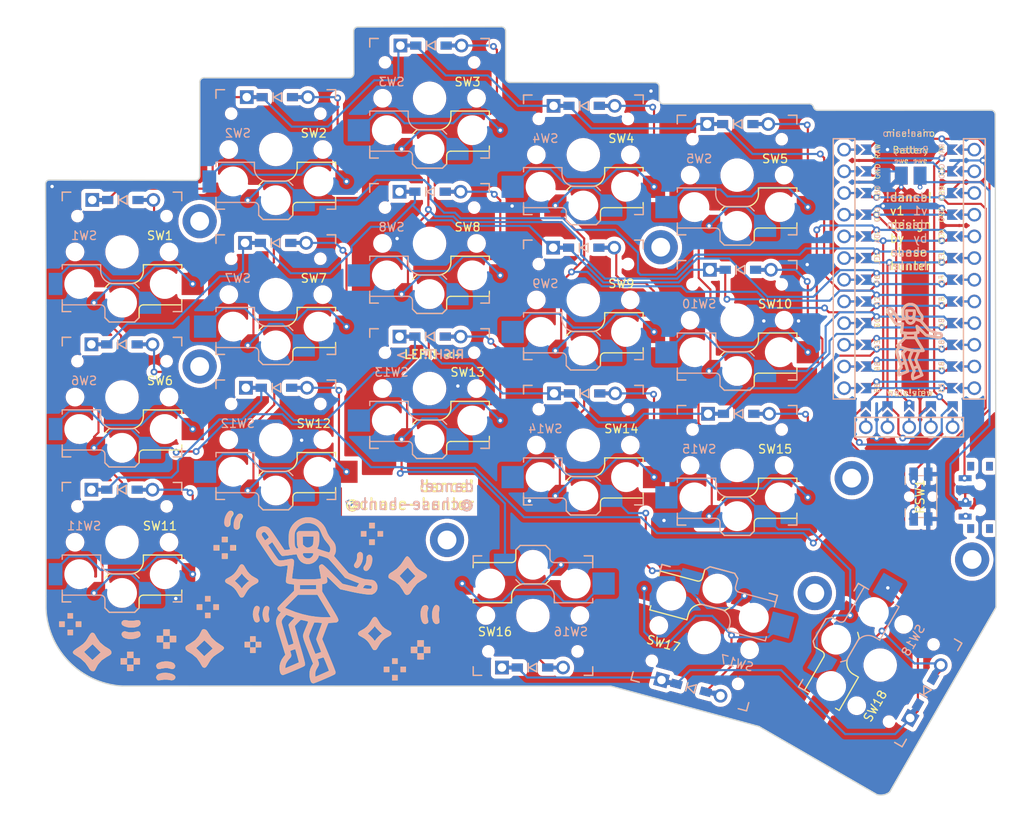
<source format=kicad_pcb>
(kicad_pcb (version 20221018) (generator pcbnew)
  (title_block (title "dance!") (date "2023-11-05") (rev "1.0") (company "chase-hunter"))
  (layers (0 "F.Cu" signal) (31 "B.Cu" signal) (34 "B.Paste" user) (35 "F.Paste" user) (36 "B.SilkS" user "B.Silkscreen") (37 "F.SilkS" user "F.Silkscreen") (38 "B.Mask" user) (39 "F.Mask" user) (44 "Edge.Cuts" user))
  (net 0 "")
  (net 1 "row0")
  (net 2 "row1")
  (net 3 "row2")
  (net 4 "row3")
  (net 5 "GND")
  (net 6 "VCC")
  (net 7 "col0")
  (net 8 "col1")
  (net 9 "col2")
  (net 10 "col3")
  (net 11 "col4")
  (net 12 "Net-(BT1-+)")
  (net 13 "Net-(D1-A)")
  (net 14 "reset")
  (net 15 "Net-(D2-A)")
  (net 16 "Net-(D3-A)")
  (net 17 "Net-(D4-A)")
  (net 18 "Net-(D5-A)")
  (net 19 "Net-(D6-A)")
  (net 20 "Net-(D7-A)")
  (net 21 "Net-(D8-A)")
  (net 22 "Net-(D9-A)")
  (net 23 "Net-(D10-A)")
  (net 24 "Net-(D11-A)")
  (net 25 "Net-(D12-A)")
  (net 26 "Net-(D13-A)")
  (net 27 "Net-(D14-A)")
  (net 28 "Net-(D15-A)")
  (net 29 "Net-(D16-A)")
  (net 30 "Net-(D17-A)")
  (net 31 "Net-(D18-A)")
  (net 32 "MOSI")
  (net 33 "SCK")
  (net 34 "unconnected-(PWR_SW1-A-Pad1)")
  (net 35 "vbat")
  (net 36 "CS")
  (net 37 "unconnected-(U1-D8{slash}P1.04-Pad11)")
  (net 38 "unconnected-(U1-D9{slash}P1.06-Pad12)")
  (net 39 "unconnected-(U1-D10{slash}P0.09-Pad13)")
  (net 40 "unconnected-(U1-D16{slash}P0.10-Pad14)")
  (net 41 "unconnected-(U1-D14{slash}P1.11-Pad15)")
  (net 42 "unconnected-(U1-D0{slash}P0.08-Pad2)")
  (footprint "dumta:D_SMD_TH" (layer "F.Cu") (at 86.0044 64.3128)
    (fp_text reference "D1" hide)
    (fp_text value "D" hide)
  )
  (footprint "dumta:D_SMD_TH" (layer "F.Cu") (at 104.0892 52.2732)
    (fp_text reference "D2" hide)
    (fp_text value "D" hide)
  )
  (footprint "dumta:D_SMD_TH" (layer "F.Cu") (at 122.0724 46.228)
    (fp_text reference "D3" hide)
    (fp_text value "D" hide)
  )
  (footprint "dumta:D_SMD_TH" (layer "F.Cu") (at 140.0048 53.2892)
    (fp_text reference "D4" hide)
    (fp_text value "D" hide)
  )
  (footprint "dumta:D_SMD_TH" (layer "F.Cu") (at 157.988 55.4228)
    (fp_text reference "D5" hide)
    (fp_text value "D" hide)
  )
  (footprint "dumta:D_SMD_TH" (layer "F.Cu") (at 85.9028 81.2292)
    (fp_text reference "D6" hide)
    (fp_text value "D" hide)
  )
  (footprint "dumta:D_SMD_TH" (layer "F.Cu") (at 103.886 69.342)
    (fp_text reference "D7" hide)
    (fp_text value "D" hide)
  )
  (footprint "dumta:D_SMD_TH" (layer "F.Cu") (at 121.9708 63.3476)
    (fp_text reference "D8" hide)
    (fp_text value "D" hide)
  )
  (footprint "dumta:D_SMD_TH" (layer "F.Cu") (at 139.954 69.9008)
    (fp_text reference "D9" hide)
    (fp_text value "D" hide)
  )
  (footprint "dumta:D_SMD_TH" (layer "F.Cu") (at 158.2928 72.4916)
    (fp_text reference "D10" hide)
    (fp_text value "D" hide)
  )
  (footprint "dumta:D_SMD_TH" (layer "F.Cu") (at 85.9028 98.2472)
    (fp_text reference "D11" hide)
    (fp_text value "D" hide)
  )
  (footprint "dumta:D_SMD_TH" (layer "F.Cu") (at 103.9876 86.3092)
    (fp_text reference "D12" hide)
    (fp_text value "D" hide)
  )
  (footprint "dumta:D_SMD_TH" (layer "F.Cu") (at 121.9708 80.3148)
    (fp_text reference "D13" hide)
    (fp_text value "D" hide)
  )
  (footprint "dumta:D_SMD_TH" (layer "F.Cu") (at 140.0556 86.9696)
    (fp_text reference "D14" hide)
    (fp_text value "D" hide)
  )
  (footprint "dumta:D_SMD_TH" (layer "F.Cu") (at 158.0896 89.3572)
    (fp_text reference "D15" hide)
    (fp_text value "D" hide)
  )
  (footprint "dumta:D_SMD_TH" (layer "F.Cu") (at 133.9596 119.0752)
    (fp_text reference "D16" hide)
    (fp_text value "D" hide)
  )
  (footprint "dumta:D_SMD_TH" (layer "F.Cu") (at 152.514282 121.460596 -15)
    (fp_text reference "D17" hide)
    (fp_text value "D" hide)
  )
  (footprint "dumta:D_SMD_TH" (layer "F.Cu") (at 179.958166 121.895435 60)
    (fp_text reference "D18" hide)
    (fp_text value "D" hide)
  )
  (footprint "dumta:Kailh_socket_PG1350_reversible" (layer "F.Cu") (at 85.91 70.4)
    (fp_text reference "SW1")
    (fp_text value "SW_PUSH")
  )
  (footprint "dumta:Kailh_socket_PG1350_reversible" (layer "F.Cu") (at 103.91 58.4)
    (fp_text reference "SW2")
    (fp_text value "SW_PUSH")
  )
  (footprint "dumta:Kailh_socket_PG1350_reversible" (layer "F.Cu") (at 121.91 52.4)
    (fp_text reference "SW3")
    (fp_text value "SW_PUSH")
  )
  (footprint "dumta:Kailh_socket_PG1350_reversible" (layer "F.Cu") (at 139.91 59.02)
    (fp_text reference "SW4")
    (fp_text value "SW_PUSH")
  )
  (footprint "dumta:Kailh_socket_PG1350_reversible" (layer "F.Cu") (at 157.91 61.4)
    (fp_text reference "SW5")
    (fp_text value "SW_PUSH")
  )
  (footprint "dumta:Kailh_socket_PG1350_reversible" (layer "F.Cu") (at 85.91 87.4)
    (fp_text reference "SW6")
    (fp_text value "SW_PUSH")
  )
  (footprint "dumta:Kailh_socket_PG1350_reversible" (layer "F.Cu") (at 103.91 75.4)
    (fp_text reference "SW7")
    (fp_text value "SW_PUSH")
  )
  (footprint "dumta:Kailh_socket_PG1350_reversible" (layer "F.Cu") (at 121.91 69.4)
    (fp_text reference "SW8")
    (fp_text value "SW_PUSH")
  )
  (footprint "dumta:Kailh_socket_PG1350_reversible" (layer "F.Cu") (at 139.91 76.02)
    (fp_text reference "SW9")
    (fp_text value "SW_PUSH")
  )
  (footprint "dumta:Kailh_socket_PG1350_reversible" (layer "F.Cu") (at 157.91 78.4)
    (fp_text reference "SW10")
    (fp_text value "SW_PUSH")
  )
  (footprint "dumta:Kailh_socket_PG1350_reversible" (layer "F.Cu") (at 85.91 104.4)
    (fp_text reference "SW11")
    (fp_text value "SW_PUSH")
  )
  (footprint "dumta:Kailh_socket_PG1350_reversible" (layer "F.Cu") (at 103.91 92.4)
    (fp_text reference "SW12")
    (fp_text value "SW_PUSH")
  )
  (footprint "dumta:Kailh_socket_PG1350_reversible" (layer "F.Cu") (at 121.91 86.4)
    (fp_text reference "SW13")
    (fp_text value "SW_PUSH")
  )
  (footprint "dumta:Kailh_socket_PG1350_reversible" (layer "F.Cu") (at 139.91 93.025)
    (fp_text reference "SW14")
    (fp_text value "SW_PUSH")
  )
  (footprint "dumta:Kailh_socket_PG1350_reversible" (layer "F.Cu") (at 157.91 95.4)
    (fp_text reference "SW15")
    (fp_text value "SW_PUSH")
  )
  (footprint "dumta:Kailh_socket_PG1350_reversible" (layer "F.Cu") (at 134.01 112.99 180)
    (fp_text reference "SW16")
    (fp_text value "SW_PUSH")
  )
  (footprint "dumta:Kailh_socket_PG1350_reversible" (layer "F.Cu") (at 154.06 115.58 165)
    (fp_text reference "SW17")
    (fp_text value "SW_PUSH")
  )
  (footprint "dumta:Kailh_socket_PG1350_reversible" (layer "F.Cu") (at 174.66 118.79 -120)
    (fp_text reference "SW18")
    (fp_text value "SW_PUSH")
  )
  (footprint "kbd:LEGO_HOLE" (layer "F.Cu") (at 171.323 96.901)
    (fp_text reference "h2" hide)
    (fp_text value "h2")
  )
  (footprint "kbd:LEGO_HOLE" (layer "F.Cu") (at 185.42 106.426)
    (fp_text reference "H1" hide)
    (fp_text value "h1")
  )
  (footprint "kbd:LEGO_HOLE" (layer "F.Cu") (at 95 66.802)
    (fp_text reference "h6" hide)
    (fp_text value "h6")
  )
  (footprint "kbd:LEGO_HOLE" (layer "F.Cu") (at 148.971 69.85)
    (fp_text reference "h7" hide)
    (fp_text value "h7")
  )
  (footprint "kbd:LEGO_HOLE" (layer "F.Cu") (at 123.952 104.14)
    (fp_text reference "h4" hide)
    (fp_text value "h4")
  )
  (footprint "kbd:LEGO_HOLE" (layer "F.Cu") (at 167.005 110.363)
    (fp_text reference "h3" hide)
    (fp_text value "h3")
  )
  (footprint "kbd:LEGO_HOLE" (layer "F.Cu") (at 95 83.82)
    (fp_text reference "h5" hide)
    (fp_text value "h5")
  )
  (footprint "dumta:power_switch_padreverse" (layer "F.Cu") (at 186.352 99.154 90)
    (fp_text reference "PWR_SW1" hide)
    (fp_text value "SW_SPDT")
  )
  (footprint "dumta:ProMicro_jumpers" (layer "F.Cu") (at 178.054 72.39)
    (fp_text reference "U1" hide)
    (fp_text value "nice_nano")
  )
  (footprint "footprint" (layer "F.Cu") (at 120.1 112.1 90)
    (fp_text reference "G***" hide)
    (fp_text value "LOGO" hide)
  )
  (footprint "kicad art:stars2downsize" (layer "F.Cu") (at 73.696064 114.081064 -90)
    (fp_text reference "G***" hide)
    (fp_text value "LOGO" hide)
  )
  (footprint "kicad art:stars2downsize" (layer "F.Cu") (at 111.696064 119.381064 -90)
    (fp_text reference "G***" hide)
    (fp_text value "LOGO" hide)
  )
  (footprint "footprint" (layer "F.Cu") (at 91.8 117.6)
    (fp_text reference "G***" hide)
    (fp_text value "LOGO" hide)
  )
  (footprint "kicad art:stars2downsize" (layer "F.Cu") (at 89.796064 112.081064 -90)
    (fp_text reference "G***" hide)
    (fp_text value "LOGO" hide)
  )
  (footprint "dumta:Panasonic_EVQPUL_EVQPUC_reversible" (layer "F.Cu") (at 179.429 99.06 90)
    (fp_text reference "RSW1")
    (fp_text value "SW_PUSH")
  )
  (footprint "footprint" (layer "F.Cu") (at 86.2 116.5 180)
    (fp_text reference "G***" hide)
    (fp_text value "LOGO" hide)
  )
  (footprint "dumta:nice_view_jumpers" (layer "F.Cu") (at 178.054 90.932)
    (fp_text reference "J2" hide)
    (fp_text value "nice_view" hide)
  )
  (footprint "footprint" (layer "F.Cu") (at 107.707515 111.207422)
    (fp_text reference "G***" hide)
    (fp_text value "LOGO" hide)
  )
  (footprint "dumta:Battery_pads_reversible" (layer "F.Cu") (at 178.224 61.468 180)
    (fp_text reference "BT1" hide)
    (fp_text value "Battery_Cell")
  )
  (footprint "kicad art:stars2downsize" (layer "F.Cu") (at 97.880719 98.896064 180)
    (fp_text reference "G***" hide)
    (fp_text value "LOGO" hide)
  )
  (footprint "kicad art:nanodance" (layer "F.Cu") (at 178.2 80.9)
    (fp_text reference "G***" hide)
    (fp_text value "LOGO" hide)
  )
  (footprint "kicad art:stars2downsize" (layer "B.Cu") (at 86.003936 114.081064 -90)
    (fp_text reference "G***" hide)
    (fp_text value "LOGO" hide)
  )
  (footprint "footprint" (layer "B.Cu") (at 120.1 112.1 -90)
    (fp_text reference "G***" hide)
    (fp_text value "LOGO" hide)
  )
  (footprint "footprint" (layer "B.Cu") (at 107.6 111.2 180)
    (fp_text reference "G***" hide)
    (fp_text value "LOGO" hide)
  )
  (footprint "kicad art:stars2downsize" (layer "B.Cu") (at 124.003936 119.381064 -90)
    (fp_text reference "G***" hide)
    (fp_text value "LOGO" hide)
  )
  (footprint "kicad art:stars2downsize" (layer "B.Cu") (at 102.103936 112.081064 -90)
    (fp_text reference "G***" hide)
    (fp_text value "LOGO" hide)
  )
  (footprint "kicad art:stars2downsize" (layer "B.Cu") (at 98.62992 98.896064)
    (fp_text reference "G***" hide)
    (fp_text value "LOGO" hide)
  )
  (footprint "footprint" (layer "B.Cu") (at 91.8 117.6 180)
    (fp_text reference "G***" hide)
    (fp_text value "LOGO" hide)
  )
  (footprint "kicad art:nanodance" (layer "B.Cu") (at 179.241068 80.899498 180)
    (fp_text reference "G***" hide)
    (fp_text value "LOGO" hide)
  )
  (footprint "footprint" (layer "B.Cu") (at 86.2 116.5)
    (fp_text reference "G***" hide)
    (fp_text value "LOGO" hide)
  )
  (gr_line (start 160.4772 125.984) (end 174.288668 133.9596) (stroke (width 0.15)) (layer "Edge.Cuts"))
  (gr_line (start 130.31 44.0362) (end 113.53 44.049553) (stroke (width 0.15)) (layer "Edge.Cuts"))
  (gr_line (start 85.910703 121.246468) (end 143.1544 121.2596) (stroke (width 0.15)) (layer "Edge.Cuts"))
  (gr_arc (start 95.015447 61.520847) (mid 94.868987 61.874387) (end 94.515447 62.020847) (stroke (width 0.15)) (layer "Edge.Cuts"))
  (gr_arc (start 148.2932 50.56902) (mid 148.646749 50.715471) (end 148.7932 51.06902) (stroke (width 0.15)) (layer "Edge.Cuts"))
  (gr_arc (start 76.962 62.4332) (mid 77.095911 62.109911) (end 77.4192 61.976) (stroke (width 0.15)) (layer "Edge.Cuts"))
  (gr_arc (start 175.768 133.6548) (mid 175.064862 133.984489) (end 174.288668 133.959599) (stroke (width 0.15)) (layer "Edge.Cuts"))
  (gr_line (start 95.01712 50.50682) (end 95.015447 61.520847) (stroke (width 0.15)) (layer "Edge.Cuts"))
  (gr_arc (start 95.01712 50.50682) (mid 95.163561 50.153261) (end 95.51712 50.00682) (stroke (width 0.15)) (layer "Edge.Cuts"))
  (gr_line (start 113.03 44.549553) (end 113.04712 49.50682) (stroke (width 0.15)) (layer "Edge.Cuts"))
  (gr_arc (start 166.360498 53.055) (mid 166.676735 53.167707) (end 166.8504 53.45502) (stroke (width 0.15)) (layer "Edge.Cuts"))
  (gr_arc (start 113.04712 49.50682) (mid 112.900668 49.860368) (end 112.54712 50.00682) (stroke (width 0.15)) (layer "Edge.Cuts"))
  (gr_line (start 77.0128 76.708) (end 77.0128 93.7768) (stroke (width 0.15)) (layer "Edge.Cuts"))
  (gr_arc (start 167.3304 53.81502) (mid 167.030398 53.715023) (end 166.8504 53.45502) (stroke (width 0.15)) (layer "Edge.Cuts"))
  (gr_arc (start 113.03 44.549553) (mid 113.17647 44.196023) (end 113.53 44.049553) (stroke (width 0.15)) (layer "Edge.Cuts"))
  (gr_line (start 148.7932 52.56902) (end 148.7932 51.06902) (stroke (width 0.15)) (layer "Edge.Cuts"))
  (gr_arc (start 85.910703 121.246468) (mid 79.705548 118.392429) (end 77.0128 112.1156) (stroke (width 0.15)) (layer "Edge.Cuts"))
  (gr_arc (start 130.31 44.0362) (mid 130.663553 44.182647) (end 130.81 44.5362) (stroke (width 0.15)) (layer "Edge.Cuts"))
  (gr_line (start 94.515447 62.020847) (end 77.4192 61.976) (stroke (width 0.15)) (layer "Edge.Cuts"))
  (gr_line (start 130.81 50.0534) (end 130.81 44.5362) (stroke (width 0.15)) (layer "Edge.Cuts"))
  (gr_line (start 112.54712 50.00682) (end 95.51712 50.00682) (stroke (width 0.15)) (layer "Edge.Cuts"))
  (gr_arc (start 187.62 53.805) (mid 187.973553 53.951447) (end 188.12 54.305) (stroke (width 0.15)) (layer "Edge.Cuts"))
  (gr_line (start 77.0128 112.1156) (end 77.0128 110.744) (stroke (width 0.15)) (layer "Edge.Cuts"))
  (gr_line (start 148.2932 50.56902) (end 131.31 50.5534) (stroke (width 0.15)) (layer "Edge.Cuts"))
  (gr_line (start 166.360498 53.055) (end 149.2932 53.06902) (stroke (width 0.15)) (layer "Edge.Cuts"))
  (gr_line (start 76.962 62.4332) (end 77.0128 76.708) (stroke (width 0.15)) (layer "Edge.Cuts"))
  (gr_line (start 143.1544 121.2596) (end 160.4772 125.984) (stroke (width 0.15)) (layer "Edge.Cuts"))
  (gr_arc (start 149.2932 53.06902) (mid 148.939643 52.922577) (end 148.7932 52.56902) (stroke (width 0.15)) (layer "Edge.Cuts"))
  (gr_line (start 188.12 54.305) (end 188.214 112.014) (stroke (width 0.15)) (layer "Edge.Cuts"))
  (gr_line (start 175.768 133.6548) (end 188.214 112.014) (stroke (width 0.15)) (layer "Edge.Cuts"))
  (gr_line (start 187.62 53.805) (end 167.3304 53.81502) (stroke (width 0.15)) (layer "Edge.Cuts"))
  (gr_arc (start 131.31 50.5534) (mid 130.956447 50.406953) (end 130.81 50.0534) (stroke (width 0.15)) (layer "Edge.Cuts"))
  (gr_line (start 77.0128 93.7768) (end 77.0128 110.744) (stroke (width 0.15)) (layer "Edge.Cuts"))
  (gr_text "dance!\n@chase-hunter" (at 127.24 98.89) (layer "F.Cu") (effects (font (size 1.3 1.3) (thickness 0.2)) (justify right)))
  (gr_text "dance!\n@chase-hunter" (at 127.25 98.89) (layer "B.Cu") (effects (font (size 1.3 1.3) (thickness 0.2)) (justify left mirror)))
  (gr_text "dance! \nv1\ndesign \nby\nchase\nhunter\n" (at 180.3 63.4) (layer "B.SilkS") (effects (font (size 1 1)) (justify left top mirror)))
  (gr_text "dance!\n@chase-hunter" (at 127.255251 98.882329) (layer "B.SilkS") (effects (font (size 1.3 1.3) (thickness 0.2)) (justify left mirror)))
  (gr_text "RIGHT! ->" (at 126.1 83) (layer "B.SilkS") (effects (font (size 1 1) (thickness 0.2) bold) (justify left bottom mirror)))
  (gr_text "nice!nano" (at 177.8 56.5) (layer "B.SilkS") (effects (font (size 0.8 0.8) (thickness 0.1)) (justify mirror)))
  (gr_text "dance!\n@chase-hunter" (at 127.243867 98.87178) (layer "F.SilkS") (effects (font (size 1.3 1.3) (thickness 0.2)) (justify right)))
  (gr_text "dance! \nv1\ndesign \nby\nchase\nhunter" (at 175.7 63.4) (layer "F.SilkS") (effects (font (size 1 1)) (justify left top)))
  (gr_text "LEFT! <-" (at 118.8 83) (layer "F.SilkS") (effects (font (size 1 1) (thickness 0.2) bold) (justify left bottom)))
  (gr_text "nice!view" (at 178.2 86.9) (layer "F.SilkS") (effects (font (size 0.8 0.8) (thickness 0.1))))
  (gr_text "nice!nano" (at 178.2 56.5) (layer "F.SilkS") (effects (font (size 0.8 0.8) (thickness 0.1))))
  (segment (start 96.52 53.6448) (end 97.8916 52.2732) (width 0.25) (layer "F.Cu") (net 1))
  (segment (start 118.2624 46.228) (end 120.2974 46.228) (width 0.25) (layer "F.Cu") (net 1))
  (segment (start 154.178 55.4228) (end 156.213 55.4228) (width 0.25) (layer "F.Cu") (net 1))
  (segment (start 138.2298 53.2892) (end 136.1948 53.2892) (width 0.25) (layer "F.Cu") (net 1))
  (segment (start 85.5502 62.992) (end 84.2294 64.3128) (width 0.25) (layer "F.Cu") (net 1))
  (segment (start 168.0972 73.1012) (end 169.926 74.93) (width 0.25) (layer "F.Cu") (net 1))
  (segment (start 168.0972 59.3852) (end 168.0972 73.1012) (width 0.25) (layer "F.Cu") (net 1))
  (segment (start 169.926 74.93) (end 173.482 74.93) (width 0.25) (layer "F.Cu") (net 1))
  (segment (start 102.3142 52.2732) (end 100.2792 52.2732) (width 0.25) (layer "F.Cu") (net 1))
  (segment (start 96.52 53.6448) (end 96.52 61.849) (width 0.25) (layer "F.Cu") (net 1))
  (segment (start 95.377 62.992) (end 85.5502 62.992) (width 0.25) (layer "F.Cu") (net 1))
  (segment (start 97.8916 52.2732) (end 100.2792 52.2732) (width 0.25) (layer "F.Cu") (net 1))
  (segment (start 173.482 74.93) (end 174.244 74.168) (width 0.25) (layer "F.Cu") (net 1))
  (segment (start 182.372 74.168) (end 182.88 73.66) (width 0.25) (layer "F.Cu") (net 1))
  (segment (start 181.864 74.168) (end 182.372 74.168) (width 0.25) (layer "F.Cu") (net 1))
  (segment (start 96.52 61.849) (end 95.377 62.992) (width 0.25) (layer "F.Cu") (net 1))
  (segment (start 84.2294 64.3128) (end 82.1944 64.3128) (width 0.25) (layer "F.Cu") (net 1))
  (segment (start 167.64 58.928) (end 168.0972 59.3852) (width 0.25) (layer "F.Cu") (net 1))
  (via (at 167.64 58.928) (size 0.8) (drill 0.4) (layers "F.Cu" "B.Cu") (net 1))
  (via (at 174.244 74.168) (size 0.8) (drill 0.4) (layers "F.Cu" "B.Cu") (net 1))
  (via (at 181.864 74.168) (size 0.8) (drill 0.4) (layers "F.Cu" "B.Cu") (net 1))
  (segment (start 102.3142 52.2732) (end 100.2792 52.2732) (width 0.25) (layer "B.Cu") (net 1))
  (segment (start 123.8026 49.7332) (end 120.2974 46.228) (width 0.25) (layer "B.Cu") (net 1))
  (segment (start 110.0074 55.7276) (end 105.7686 55.7276) (width 0.25) (layer "B.Cu") (net 1))
  (segment (start 105.7686 55.7276) (end 102.3142 52.2732) (width 0.25) (layer "B.Cu") (net 1))
  (segment (start 140.8714 55.9308) (end 138.2298 53.2892) (width 0.25) (layer "B.Cu") (net 1))
  (segment (start 128.7272 49.7332) (end 123.8026 49.7332) (width 0.25) (layer "B.Cu") (net 1))
  (segment (start 156.213 55.4228) (end 153.2295 55.4228) (width 0.25) (layer "B.Cu") (net 1))
  (segment (start 120.2974 46.228) (end 118.2624 46.228) (width 0.25) (layer "B.Cu") (net 1))
  (segment (start 138.2298 53.2892) (end 132.2832 53.2892) (width 0.25) (layer "B.Cu") (net 1))
  (segment (start 159.7182 58.928) (end 156.213 55.4228) (width 0.25) (layer "B.Cu") (net 1))
  (segment (start 84.2294 64.3128) (end 82.1944 64.3128) (width 0.25) (layer "B.Cu") (net 1))
  (segment (start 118.2624 50.0126) (end 117.983 50.292) (width 0.25) (layer "B.Cu") (net 1))
  (segment (start 167.64 58.928) (end 159.7182 58.928) (width 0.25) (layer "B.Cu") (net 1))
  (segment (start 118.2624 46.228) (end 118.2624 50.0126) (width 0.25) (layer "B.Cu") (net 1))
  (segment (start 153.2295 55.4228) (end 152.7215 55.9308) (width 0.25) (layer "B.Cu") (net 1))
  (segment (start 174.244 74.168) (end 173.736 74.168) (width 0.25) (layer "B.Cu") (net 1))
  (segment (start 115.443 50.292) (end 110.0074 55.7276) (width 0.25) (layer "B.Cu") (net 1))
  (segment (start 181.864 74.168) (end 174.244 74.168) (width 0.25) (layer "B.Cu") (net 1))
  (segment (start 132.2832 53.2892) (end 128.7272 49.7332) (width 0.25) (layer "B.Cu") (net 1))
  (segment (start 152.7215 55.9308) (end 140.8714 55.9308) (width 0.25) (layer "B.Cu") (net 1))
  (segment (start 173.736 74.168) (end 173.228 73.66) (width 0.25) (layer "B.Cu") (net 1))
  (segment (start 117.983 50.292) (end 115.443 50.292) (width 0.25) (layer "B.Cu") (net 1))
  (segment (start 138.179 69.9008) (end 136.144 69.9008) (width 0.25) (layer "F.Cu") (net 2))
  (segment (start 168.148 76.962) (end 168.656 77.47) (width 0.25) (layer "F.Cu") (net 2))
  (segment (start 102.111 69.342) (end 100.076 69.342) (width 0.25) (layer "F.Cu") (net 2))
  (segment (start 120.1958 63.3476) (end 118.1608 63.3476) (width 0.25) (layer "F.Cu") (net 2))
  (segment (start 181.864 76.708) (end 182.372 76.708) (width 0.25) (layer "F.Cu") (net 2))
  (segment (start 182.372 76.708) (end 182.88 76.2) (width 0.25) (layer "F.Cu") (net 2))
  (segment (start 173.482 77.47) (end 174.244 76.708) (width 0.25) (layer "F.Cu") (net 2))
  (segment (start 168.656 77.47) (end 173.482 77.47) (width 0.25) (layer "F.Cu") (net 2))
  (segment (start 84.1278 81.2292) (end 82.0928 81.2292) (width 0.25) (layer "F.Cu") (net 2))
  (segment (start 156.5178 75.7458) (end 156.718 75.946) (width 0.25) (layer "F.Cu") (net 2))
  (segment (start 156.5178 72.4916) (end 154.4828 72.4916) (width 0.25) (layer "F.Cu") (net 2))
  (segment (start 156.5178 72.4916) (end 156.5178 75.7458) (width 0.25) (layer "F.Cu") (net 2))
  (via (at 156.718 75.946) (size 0.8) (drill 0.4) (layers "F.Cu" "B.Cu") (net 2))
  (via (at 174.244 76.708) (size 0.8) (drill 0.4) (layers "F.Cu" "B.Cu") (net 2))
  (via (at 181.864 76.708) (size 0.8) (drill 0.4) (layers "F.Cu" "B.Cu") (net 2))
  (via (at 168.148 76.962) (size 0.8) (drill 0.4) (layers "F.Cu" "B.Cu") (net 2))
  (segment (start 138.179 69.9008) (end 136.144 69.9008) (width 0.25) (layer "B.Cu") (net 2))
  (segment (start 115.062 67.4624) (end 112.776 69.7484) (width 0.25) (layer "B.Cu") (net 2))
  (segment (start 174.244 76.708) (end 173.736 76.708) (width 0.25) (layer "B.Cu") (net 2))
  (segment (start 120.1958 63.3476) (end 120.1958 64.6146) (width 0.25) (layer "B.Cu") (net 2))
  (segment (start 181.864 76.708) (end 174.244 76.708) (width 0.25) (layer "B.Cu") (net 2))
  (segment (start 86.5662 78.7908) (end 91.8464 78.7908) (width 0.25) (layer "B.Cu") (net 2))
  (segment (start 100.076 72.644) (end 100.076 69.342) (width 0.25) (layer "B.Cu") (net 2))
  (segment (start 156.718 75.946) (end 160.47343 75.946) (width 0.25) (layer "B.Cu") (net 2))
  (segment (start 102.111 69.342) (end 100.076 69.342) (width 0.25) (layer "B.Cu") (net 2))
  (segment (start 121.7168 66.7004) (end 119.9134 64.897) (width 0.25) (layer "B.Cu") (net 2))
  (segment (start 97.3836 73.2536) (end 99.4664 73.2536) (width 0.25) (layer "B.Cu") (net 2))
  (segment (start 112.776 69.7484) (end 112.776 70.358) (width 0.25) (layer "B.Cu") (net 2))
  (segment (start 154.4828 72.4916) (end 152.5524 72.4916) (width 0.25) (layer "B.Cu") (net 2))
  (segment (start 110.236 72.898) (end 105.667 72.898) (width 0.25) (layer "B.Cu") (net 2))
  (segment (start 133.59632 67.35312) (end 125.16352 67.35312) (width 0.25) (layer "B.Cu") (net 2))
  (segment (start 84.1278 81.2292) (end 86.5662 78.7908) (width 0.25) (layer "B.Cu") (net 2))
  (segment (start 161.48943 76.962) (end 168.148 76.962) (width 0.25) (layer "B.Cu") (net 2))
  (segment (start 136.144 69.9008) (end 133.59632 67.35312) (width 0.25) (layer "B.Cu") (net 2))
  (segment (start 119.9134 64.897) (end 117.348 67.4624) (width 0.25) (layer "B.Cu") (net 2))
  (segment (start 151.07152 73.97248) (end 142.25068 73.97248) (width 0.25) (layer "B.Cu") (net 2))
  (segment (start 112.776 70.358) (end 110.236 72.898) (width 0.25) (layer "B.Cu") (net 2))
  (segment (start 120.1958 64.6146) (end 119.9134 64.897) (width 0.25) (layer "B.Cu") (net 2))
  (segment (start 105.667 72.898) (end 102.111 69.342) (width 0.25) (layer "B.Cu") (net 2))
  (segment (start 99.4664 73.2536) (end 100.076 72.644) (width 0.25) (layer "B.Cu") (net 2))
  (segment (start 91.8464 78.7908) (end 97.3836 73.2536) (width 0.25) (layer "B.Cu") (net 2))
  (segment (start 156.5178 72.4916) (end 154.4828 72.4916) (width 0.25) (layer "B.Cu") (net 2))
  (segment (start 125.16352 67.35312) (end 124.5108 66.7004) (width 0.25) (layer "B.Cu") (net 2))
  (segment (start 142.25068 73.97248) (end 138.179 69.9008) (width 0.25) (layer "B.Cu") (net 2))
  (segment (start 160.47343 75.946) (end 161.48943 76.962) (width 0.25) (layer "B.Cu") (net 2))
  (segment (start 120.1958 63.3476) (end 118.1608 63.3476) (width 0.25) (layer "B.Cu") (net 2))
  (segment (start 124.5108 66.7004) (end 121.7168 66.7004) (width 0.25) (layer "B.Cu") (net 2))
  (segment (start 152.5524 72.4916) (end 151.07152 73.97248) (width 0.25) (layer "B.Cu") (net 2))
  (segment (start 84.1278 81.2292) (end 82.0928 81.2292) (width 0.25) (layer "B.Cu") (net 2))
  (segment (start 117.348 67.4624) (end 115.062 67.4624) (width 0.25) (layer "B.Cu") (net 2))
  (segment (start 173.736 76.708) (end 173.228 76.2) (width 0.25) (layer "B.Cu") (net 2))
  (segment (start 156.3146 89.3572) (end 154.2796 89.3572) (width 0.25) (layer "F.Cu") (net 3))
  (segment (start 84.1278 98.2472) (end 82.0928 98.2472) (width 0.25) (layer "F.Cu") (net 3))
  (segment (start 138.2806 86.9696) (end 136.2456 86.9696) (width 0.25) (layer "F.Cu") (net 3))
  (segment (start 181.864 79.248) (end 182.372 79.248) (width 0.25) (layer "F.Cu") (net 3))
  (segment (start 120.1958 80.3148) (end 118.1608 80.3148) (width 0.25) (layer "F.Cu") (net 3))
  (segment (start 182.372 79.248) (end 182.88 78.74) (width 0.25) (layer "F.Cu") (net 3))
  (segment (start 102.2126 86.3092) (end 100.1776 86.3092) (width 0.25) (layer "F.Cu") (net 3))
  (via (at 181.864 79.248) (size 0.8) (drill 0.4) (layers "F.Cu" "B.Cu") (net 3))
  (segment (start 181.864 79.248) (end 174.244 79.248) (width 0.25) (layer "B.Cu") (net 3))
  (segment (start 138.2806 86.9696) (end 136.2456 86.9696) (width 0.25) (layer "B.Cu") (net 3))
  (segment (start 130.4544 86.9696) (end 126.9492 83.4644) (width 0.25) (layer "B.Cu") (net 3))
  (segment (start 156.3146 89.3572) (end 159.3118 86.36) (width 0.25) (layer "B.Cu") (net 3))
  (segment (start 173.736 79.248) (end 173.228 78.74) (width 0.25) (layer "B.Cu") (net 3))
  (segment (start 168.725 80.83) (end 169.545 80.01) (width 0.25) (layer "B.Cu") (net 3))
  (segment (start 123.3454 83.4644) (end 120.1958 80.3148) (width 0.25) (layer "B.Cu") (net 3))
  (segment (start 97.3074 90.0176) (end 92.456 94.869) (width 0.25) (layer "B.Cu") (net 3))
  (segment (start 174.244 79.248) (end 173.736 79.248) (width 0.25) (layer "B.Cu") (net 3))
  (segment (start 145.9992 90.3732) (end 141.6842 90.3732) (width 0.25) (layer "B.Cu") (net 3))
  (segment (start 92.456 96.0628) (end 91.694 96.8248) (width 0.25) (layer "B.Cu") (net 3))
  (segment (start 109.8296 90.1192) (end 106.0226 90.1192) (width 0.25) (layer "B.Cu") (net 3))
  (segment (start 102.2126 87.7794) (end 99.9744 90.0176) (width 0.25) (layer "B.Cu") (net 3))
  (segment (start 99.9744 90.0176) (end 97.3074 90.0176) (width 0.25) (layer "B.Cu") (net 3))
  (segment (start 102.2126 86.3092) (end 102.2126 87.7794) (width 0.25) (layer "B.Cu") (net 3))
  (segment (start 120.1958 80.3148) (end 118.1608 80.3148) (width 0.25) (layer "B.Cu") (net 3))
  (segment (start 141.6842 90.3732) (end 138.2806 86.9696) (width 0.25) (layer "B.Cu") (net 3))
  (segment (start 85.5502 96.8248) (end 84.1278 98.2472) (width 0.25) (layer "B.Cu") (net 3))
  (segment (start 120.1958 82.6486) (end 118.3132 84.5312) (width 0.25) (layer "B.Cu") (net 3))
  (segment (start 169.545 80.01) (end 171.958 80.01) (width 0.25) (layer "B.Cu") (net 3))
  (segment (start 84.1278 98.2472) (end 82.0928 98.2472) (width 0.25) (layer "B.Cu") (net 3))
  (segment (start 91.694 96.8248) (end 85.5502 96.8248) (width 0.25) (layer "B.Cu") (net 3))
  (segment (start 168.725 82.304596) (end 168.725 80.83) (width 0.25) (layer "B.Cu") (net 3))
  (segment (start 115.4176 84.5312) (end 109.8296 90.1192) (width 0.25) (layer "B.Cu") (net 3))
  (segment (start 164.669596 86.36) (end 168.725 82.304596) (width 0.25) (layer "B.Cu") (net 3))
  (segment (start 118.3132 84.5312) (end 115.4176 84.5312) (width 0.25) (layer "B.Cu") (net 3))
  (segment (start 156.3146 89.3572) (end 154.2796 89.3572) (width 0.25) (layer "B.Cu") (net 3))
  (segment (start 136.2456 86.9696) (end 130.4544 86.9696) (width 0.25) (layer "B.Cu") (net 3))
  (segment (start 120.1958 80.3148) (end 120.1958 82.6486) (width 0.25) (layer "B.Cu") (net 3))
  (segment (start 92.456 94.869) (end 92.456 96.0628) (width 0.25) (layer "B.Cu") (net 3))
  (segment (start 147.0152 89.3572) (end 145.9992 90.3732) (width 0.25) (layer "B.Cu") (net 3))
  (segment (start 154.2796 89.3572) (end 147.0152 89.3572) (width 0.25) (layer "B.Cu") (net 3))
  (segment (start 102.2126 86.3092) (end 100.1776 86.3092) (width 0.25) (layer "B.Cu") (net 3))
  (segment (start 126.9492 83.4644) (end 123.3454 83.4644) (width 0.25) (layer "B.Cu") (net 3))
  (segment (start 106.0226 90.1192) (end 102.2126 86.3092) (width 0.25) (layer "B.Cu") (net 3))
  (segment (start 159.3118 86.36) (end 164.669596 86.36) (width 0.25) (layer "B.Cu") (net 3))
  (segment (start 171.958 80.01) (end 173.228 78.74) (width 0.25) (layer "B.Cu") (net 3))
  (segment (start 182.88 81.28) (end 182.372 81.788) (width 0.25) (layer "F.Cu") (net 4))
  (segment (start 168.91 83.312) (end 169.672 82.55) (width 0.25) (layer "F.Cu") (net 4))
  (segment (start 174.498 96.021305) (end 168.91 90.433305) (width 0.25) (layer "F.Cu") (net 4))
  (segment (start 150.799764 121.001192) (end 149.360802 121.001192) (width 0.25) (layer "F.Cu") (net 4))
  (segment (start 174.498 100.712396) (end 174.498 96.021305) (width 0.25) (layer "F.Cu") (net 4))
  (segment (start 179.070666 124.177492) (end 178.053166 125.194992) (width 0.25) (layer "F.Cu") (net 4))
  (segment (start 179.07 105.284396) (end 174.498 100.712396) (width 0.25) (layer "F.Cu") (net 4))
  (segment (start 149.360802 121.001192) (end 148.834105 120.474495) (width 0.25) (layer "F.Cu") (net 4))
  (segment (start 169.672 82.55) (end 173.482 82.55) (width 0.25) (layer "F.Cu") (net 4))
  (segment (start 182.372 81.788) (end 181.864 81.788) (width 0.25) (layer "F.Cu") (net 4))
  (segment (start 168.91 90.433305) (end 168.91 83.312) (width 0.25) (layer "F.Cu") (net 4))
  (segment (start 179.07 123.431964) (end 179.07 105.284396) (width 0.25) (layer "F.Cu") (net 4))
  (segment (start 173.482 82.55) (end 174.244 81.788) (width 0.25) (layer "F.Cu") (net 4))
  (segment (start 179.070666 123.43263) (end 179.070666 124.177492) (width 0.25) (layer "F.Cu") (net 4))
  (segment (start 132.1846 119.0752) (end 130.1496 119.0752) (width 0.25) (layer "F.Cu") (net 4))
  (segment (start 179.070666 123.43263) (end 179.07 123.431964) (width 0.25) (layer "F.Cu") (net 4))
  (via (at 174.244 81.788) (size 0.8) (drill 0.4) (layers "F.Cu" "B.Cu") (net 4))
  (via (at 181.864 81.788) (size 0.8) (drill 0.4) (layers "F.Cu" "B.Cu") (net 4))
  (segment (start 133.353 120.2436) (end 132.1846 119.0752) (width 0.25) (layer "B.Cu") (net 4))
  (segment (start 178.053166 124.45013) (end 179.070666 123.43263) (width 0.25) (layer "B.Cu") (net 4))
  (segment (start 152.420956 119.38) (end 163.068 119.38) (width 0.25) (layer "B.Cu") (net 4))
  (segment (start 176.403 126.873) (end 178.053166 125.222834) (width 0.25) (layer "B.Cu") (net 4))
  (segment (start 150.799764 121.001192) (end 149.360802 121.001192) (width 0.25) (layer "B.Cu") (net 4))
  (segment (start 173.228 81.28) (end 173.736 81.788) (width 0.25) (layer "B.Cu") (net 4))
  (segment (start 174.244 81.788) (end 181.864 81.788) (width 0.25) (layer "B.Cu") (net 4))
  (segment (start 170.561 126.873) (end 176.403 126.873) (width 0.25) (layer "B.Cu") (net 4))
  (segment (start 178.053166 125.194992) (end 178.053166 124.45013) (width 0.25) (layer "B.Cu") (net 4))
  (segment (start 150.799764 121.001192) (end 152.420956 119.38) (width 0.25) (layer "B.Cu") (net 4))
  (segment (start 149.360802 121.001192) (end 148.834105 120.474495) (width 0.25) (layer "B.Cu") (net 4))
  (segment (start 148.834105 120.474495) (end 148.60321 120.2436) (width 0.25) (layer "B.Cu") (net 4))
  (segment (start 148.60321 120.2436) (end 133.353 120.2436) (width 0.25) (layer "B.Cu") (net 4))
  (segment (start 132.1846 119.0752) (end 130.1496 119.0752) (width 0.25) (layer "B.Cu") (net 4))
  (segment (start 173.736 81.788) (end 174.244 81.788) (width 0.25) (layer "B.Cu") (net 4))
  (segment (start 163.068 119.38) (end 170.561 126.873) (width 0.25) (layer "B.Cu") (net 4))
  (segment (start 178.053166 125.222834) (end 178.053166 125.194992) (width 0.25) (layer "B.Cu") (net 4))
  (segment (start 186.436 62.23) (end 186.944 61.722) (width 0.25) (layer "F.Cu") (net 5))
  (segment (start 186.944 59.944) (end 186.69 59.69) (width 0.25) (layer "F.Cu") (net 5))
  (segment (start 173.736 61.468) (end 174.244 61.468) (width 0.25) (layer "F.Cu") (net 5))
  (segment (start 182.753 63.5) (end 184.023 62.23) (width 0.25) (layer "F.Cu") (net 5))
  (segment (start 173.228 60.96) (end 173.736 61.468) (width 0.25) (layer "F.Cu") (net 5))
  (segment (start 179.324 89.402) (end 179.324 91.948) (width 0.25) (layer "F.Cu") (net 5))
  (segment (start 186.944 61.722) (end 186.944 59.944) (width 0.25) (layer "F.Cu") (net 5))
  (segment (start 182.753 66.04) (end 182.626 66.04) (width 0.25) (layer "F.Cu") (net 5))
  (segment (start 180.594 88.132) (end 179.324 89.402) (width 0.25) (layer "F.Cu") (net 5))
  (segment (start 184.023 62.23) (end 186.436 62.23) (width 0.25) (layer "F.Cu") (net 5))
  (segment (start 182.626 66.04) (end 181.864 65.278) (width 0.25) (layer "F.Cu") (net 5))
  (via (at 186.69 59.69) (size 0.8) (drill 0.4) (layers "F.Cu" "B.Cu") (net 5))
  (via (at 133.604 99.568) (size 0.8) (drill 0.4) (layers "F.Cu" "B.Cu") (net 5))
  (via (at 161.036 78.486) (size 0.8) (drill 0.4) (layers "F.Cu" "B.Cu") (net 5))
  (via (at 175.006 65.024) (size 0.8) (drill 0.4) (layers "F.Cu" "B.Cu") (net 5))
  (via (at 166.116 71.882) (size 0.8) (drill 0.4) (layers "F.Cu" "B.Cu") (net 5))
  (via (at 92.202 110.998) (size 0.8) (drill 0.4) (layers "F.Cu" "B.Cu") (net 5))
  (via (at 149.352 101.854) (size 0.8) (drill 0.4) (layers "F.Cu" "B.Cu") (net 5))
  (via (at 112.522 99.822) (size 0.8) (drill 0.4) (layers "F.Cu" "B.Cu") (net 5))
  (via (at 174.244 92.202) (size 0.8) (drill 0.4) (layers "F.Cu" "B.Cu") (net 5))
  (via (at 175.514 58.42) (size 0.8) (drill 0.4) (layers "F.Cu" "B.Cu") (net 5))
  (via (at 106.934 92.456) (size 0.8) (drill 0.4) (layers "F.Cu" "B.Cu") (net 5))
  (via (at 165.1 78.486) (size 0.8) (drill 0.4) (layers "F.Cu" "B.Cu") (net 5))
  (via (at 77.724 62.738) (size 0.8) (drill 0.4) (layers "F.Cu" "B.Cu") (net 5))
  (via (at 118.11 68.834) (size 0.8) (drill 0.4) (layers "F.Cu" "B.Cu") (net 5))
  (via (at 147.828 51.562) (size 0.8) (drill 0.4) (layers "F.Cu" "B.Cu") (net 5))
  (via (at 131.572 65.024) (size 0.8) (drill 0.4) (layers "F.Cu" "B.Cu") (net 5))
  (via (at 181.864 65.278) (size 0.8) (drill 0.4) (layers "F.Cu" "B.Cu") (net 5))
  (via (at 125.222 86.106) (size 0.8) (drill 0.4) (layers "F.Cu" "B.Cu") (net 5))
  (segment (start 176.616 60.96) (end 175.514 60.96) (width 0.25) (layer "B.Cu") (net 5))
  (segment (start 174.244 89.402) (end 174.244 92.202) (width 0.25) (layer "B.Cu") (net 5))
  (segment (start 184.023 59.69) (end 186.69 59.69) (width 0.25) (layer "B.Cu") (net 5))
  (segment (start 173.355 63.5) (end 174.117 62.738) (width 0.25) (layer "B.Cu") (net 5))
  (segment (start 173.355 66.04) (end 173.355 65.903695) (width 0.25) (layer "B.Cu") (net 5))
  (segment (start 173.355 65.903695) (end 174.234695 65.024) (width 0.25) (layer "B.Cu") (net 5))
  (segment (start 182.753 60.96) (end 184.023 59.69) (width 0.25) (layer "B.Cu") (net 5))
  (segment (start 174.117 62.738) (end 174.498 62.738) (width 0.25) (layer "B.Cu") (net 5))
  (segment (start 175.514 88.132) (end 174.244 89.402) (width 0.25) (layer "B.Cu") (net 5))
  (segment (start 174.234695 65.024) (end 175.006 65.024) (width 0.25) (layer "B.Cu") (net 5))
  (segment (start 176.53 86.5765) (end 176.53 68.326) (width 0.25) (layer "F.Cu") (net 6))
  (segment (start 173.228 66.04) (end 174.244 66.04) (width 0.25) (layer "F.Cu") (net 6))
  (segment (start 176.53 68.326) (end 174.244 66.04) (width 0.25) (layer "F.Cu") (net 6))
  (segment (start 178.054 88.1005) (end 176.53 86.5765) (width 0.25) (layer "F.Cu") (net 6))
  (via (at 174.244 66.04) (size 0.8) (drill 0.4) (layers "F.Cu" "B.Cu") (net 6))
  (via (at 178.054 88.1005) (size 0.8) (drill 0.4) (layers "F.Cu" "B.Cu") (net 6))
  (segment (start 174.244 66.04) (end 182.88 66.04) (width 0.25) (layer "B.Cu") (net 6))
  (segment (start 167.894 103.4316) (end 166.83 104.4956) (width 0.25) (layer "F.Cu") (net 7))
  (segment (start 82.635 92.0662) (end 82.635 93.35) (width 0.25) (layer "F.Cu") (net 7))
  (segment (start 92.2528 93.8784) (end 92.3544 93.7768) (width 0.25) (layer "F.Cu") (net 7))
  (segment (start 85.9028 97.3836) (end 85.9028 99.4664) (width 0.25) (layer "F.Cu") (net 7))
  (segment (start 82.635 93.35) (end 82.635 94.1158) (width 0.25) (layer "F.Cu") (net 7))
  (segment (start 85.8012 80.2132) (end 85.8012 83.1088) (width 0.25) (layer "F.Cu") (net 7))
  (segment (start 85.8012 83.1088) (end 83.1596 85.7504) (width 0.25) (layer "F.Cu") (net 7))
  (segment (start 167.894 80.609) (end 167.894 103.4316) (width 0.25) (layer "F.Cu") (net 7))
  (segment (start 85.9028 99.4664) (end 83.6168 101.7524) (width 0.25) (layer "F.Cu") (net 7))
  (segment (start 82.635 76.35) (end 82.635 77.047) (width 0.25) (layer "F.Cu") (net 7))
  (segment (start 83.1596 85.7504) (end 83.1596 91.5416) (width 0.25) (layer "F.Cu") (net 7))
  (segment (start 83.1596 91.5416) (end 82.635 92.0662) (width 0.25) (layer "F.Cu") (net 7))
  (segment (start 82.635 94.1158) (end 85.9028 97.3836) (width 0.25) (layer "F.Cu") (net 7))
  (segment (start 83.6168 109.3682) (end 82.635 110.35) (width 0.25) (layer "F.Cu") (net 7))
  (segment (start 83.6168 101.7524) (end 83.6168 109.3682) (width 0.25) (layer "F.Cu") (net 7))
  (segment (start 82.635 77.047) (end 85.8012 80.2132) (width 0.25) (layer "F.Cu") (net 7))
  (segment (start 167.2336 79.9486) (end 167.894 80.609) (width 0.25) (layer "F.Cu") (net 7))
  (segment (start 174.244 67.818) (end 173.99 67.818) (width 0.25) (layer "F.Cu") (net 7))
  (segment (start 173.99 67.818) (end 173.228 68.58) (width 0.25) (layer "F.Cu") (net 7))
  (segment (start 167.2336 67.818) (end 167.2336 79.9486) (width 0.25) (layer "F.Cu") (net 7))
  (segment (start 92.3544 93.7768) (end 94.5896 93.7768) (width 0.25) (layer "F.Cu") (net 7))
  (via (at 94.5896 93.7768) (size 0.8) (drill 0.4) (layers "F.Cu" "B.Cu") (net 7))
  (via (at 167.2336 67.818) (size 0.8) (drill 0.4) (layers "F.Cu" "B.Cu") (net 7))
  (via (at 166.83 104.4956) (size 0.8) (drill 0.4) (layers "F.Cu" "B.Cu") (net 7))
  (via (at 82.635 110.35) (size 0.8) (drill 0.4) (layers "F.Cu" "B.Cu") (net 7))
  (via (at 174.244 67.818) (size 0.8) (drill 0.4) (layers "F.Cu" "B.Cu") (net 7))
  (via (at 92.2528 93.8784) (size 0.8) (drill 0.4) (layers "F.Cu" "B.Cu") (net 7))
  (via (at 82.635 93.35) (size 0.8) (drill 0.4) (layers "F.Cu" "B.Cu") (net 7))
  (via (at 82.635 76.35) (size 0.8) (drill 0.4) (layers "F.Cu" "B.Cu") (net 7))
  (segment (start 167.7416 67.31) (end 173.736 67.31) (width 0.25) (layer "B.Cu") (net 7))
  (segment (start 132.973 101.473) (end 127.21 95.71) (width 0.25) (layer "B.Cu") (net 7))
  (segment (start 97.87388 90.46712) (end 94.5896 93.7514) (width 0.25) (layer "B.Cu") (net 7))
  (segment (start 118.780305 95.6095) (end 115.0659 95.6095) (width 0.25) (layer "B.Cu") (net 7))
  (segment (start 89.185 76.35) (end 87.0538 74.2188) (width 0.25) (layer "B.Cu") (net 7))
  (segment (start 100.160598 90.46712) (end 97.87388 90.46712) (width 0.25) (layer "B.Cu") (net 7))
  (segment (start 146.673 101.473) (end 132.973 101.473) (width 0.25) (layer "B.Cu") (net 7))
  (segment (start 166.83 104.4956) (end 165.6744 103.34) (width 0.25) (layer "B.Cu") (net 7))
  (segment (start 148.54 103.34) (end 146.673 101.473) (width 0.25) (layer "B.Cu") (net 7))
  (segment (start 84.8498 91.1352) (end 82.635 93.35) (width 0.25) (layer "B.Cu") (net 7))
  (segment (start 91.7244 93.35) (end 89.185 93.35) (width 0.25) (layer "B.Cu") (net 7))
  (segment (start 110.02512 90.56872) (end 105.836402 90.56872) (width 0.25) (layer "B.Cu") (net 7))
  (segment (start 94.5896 93.7514) (end 94.5896 93.7768) (width 0.25) (layer "B.Cu") (net 7))
  (segment (start 84.8318 108.1532) (end 82.635 110.35) (width 0.25) (layer "B.Cu") (net 7))
  (segment (start 104.675682 89.408) (end 101.219718 89.408) (width 0.25) (layer "B.Cu") (net 7))
  (segment (start 87.0538 74.2188) (end 84.7662 74.2188) (width 0.25) (layer "B.Cu") (net 7))
  (segment (start 115.0659 95.6095) (end 110.02512 90.56872) (width 0.25) (layer "B.Cu") (net 7))
  (segment (start 89.185 110.35) (end 86.9882 108.1532) (width 0.25) (layer "B.Cu") (net 7))
  (segment (start 86.9702 91.1352) (end 84.8498 91.1352) (width 0.25) (layer "B.Cu") (net 7))
  (segment (start 89.185 93.35) (end 86.9702 91.1352) (width 0.25) (layer "B.Cu") (net 7))
  (segment (start 105.836402 90.56872) (end 104.675682 89.408) (width 0.25) (layer "B.Cu") (net 7))
  (segment (start 92.2528 93.8784) (end 91.7244 93.35) (width 0.25) (layer "B.Cu") (net 7))
  (segment (start 86.9882 108.1532) (end 84.8318 108.1532) (width 0.25) (layer "B.Cu") (net 7))
  (segment (start 118.880805 95.71) (end 118.780305 95.6095) (width 0.25) (layer "B.Cu") (net 7))
  (segment (start 173.736 67.31) (end 174.244 67.818) (width 0.25) (layer "B.Cu") (net 7))
  (segment (start 167.2336 67.818) (end 167.7416 67.31) (width 0.25) (layer "B.Cu") (net 7))
  (segment (start 127.21 95.71) (end 118.880805 95.71) (width 0.25) (layer "B.Cu") (net 7))
  (segment (start 84.7662 74.2188) (end 82.635 76.35) (width 0.25) (layer "B.Cu") (net 7))
  (segment (start 174.244 67.818) (end 182.118 67.818) (width 0.25) (layer "B.Cu") (net 7))
  (segment (start 101.219718 89.408) (end 100.160598 90.46712) (width 0.25) (layer "B.Cu") (net 7))
  (segment (start 165.6744 103.34) (end 148.54 103.34) (width 0.25) (layer "B.Cu") (net 7))
  (segment (start 182.118 67.818) (end 182.88 68.58) (width 0.25) (layer "B.Cu") (net 7))
  (segment (start 101.2952 97.6898) (end 100.635 98.35) (width 0.25) (layer "F.Cu") (net 8))
  (segment (start 101.2952 74.0156) (end 101.2952 80.6898) (width 0.25) (layer "F.Cu") (net 8))
  (segment (start 101.2952 80.6898) (end 100.635 81.35) (width 0.25) (layer "F.Cu") (net 8))
  (segment (start 103.7336 84.4486) (end 103.7336 88.2904) (width 0.25) (layer "F.Cu") (net 8))
  (segment (start 173.99 70.358) (end 173.228 71.12) (width 0.25) (layer "F.Cu") (net 8))
  (segment (start 101.2952 90.7288) (end 101.2952 97.6898) (width 0.25) (layer "F.Cu") (net 8))
  (segment (start 100.635 81.35) (end 103.7336 84.4486) (width 0.25) (layer "F.Cu") (net 8))
  (segment (start 100.635 64.35) (end 103.6828 67.3978) (width 0.25) (layer "F.Cu") (net 8))
  (segment (start 103.7336 88.2904) (end 101.2952 90.7288) (width 0.25) (layer "F.Cu") (net 8))
  (segment (start 174.244 70.358) (end 173.99 70.358) (width 0.25) (layer "F.Cu") (net 8))
  (segment (start 103.6828 71.628) (end 101.2952 74.0156) (width 0.25) (layer "F.Cu") (net 8))
  (segment (start 103.6828 67.3978) (end 103.6828 71.628) (width 0.25) (layer "F.Cu") (net 8))
  (via (at 100.635 64.35) (size 0.8) (drill 0.4) (layers "F.Cu" "B.Cu") (net 8))
  (via (at 174.244 70.358) (size 0.8) (drill 0.4) (layers "F.Cu" "B.Cu") (net 8))
  (via (at 100.635 81.35) (size 0.8) (drill 0.4) (layers "F.Cu" "B.Cu") (net 8))
  (via (at 100.635 98.35) (size 0.8) (drill 0.4) (layers "F.Cu" "B.Cu") (net 8))
  (segment (start 150.699124 73.07344) (end 146.60644 73.07344) (width 0.25) (layer "B.Cu") (net 8))
  (segment (start 125.535916 66.45408) (end 124.883196 65.80136) (width 0.25) (layer "B.Cu") (net 8))
  (segment (start 137.549398 66.45408) (end 125.535916 66.45408) (width 0.25) (layer "B.Cu") (net 8))
  (segment (start 173.881 69.995) (end 174.244 70.358) (width 0.25) (layer "B.Cu") (net 8))
  (segment (start 107.185 81.35) (end 104.6766 78.8416) (width 0.25) (layer "B.Cu") (net 8))
  (segment (start 103.1434 78.8416) (end 100.635 81.35) (width 0.25) (layer "B.Cu") (net 8))
  (segment (start 115.7224 61.976) (end 113.3484 64.35) (width 0.25) (layer "B.Cu") (net 8))
  (segment (start 165.210258 70.722258) (end 165.937516 69.995) (width 0.25) (layer "B.Cu") (net 8))
  (segment (start 153.050306 70.722258) (end 150.699124 73.07344) (width 0.25) (layer "B.Cu") (net 8))
  (segment (start 122.0216 62.738) (end 121.2596 61.976) (width 0.25) (layer "B.Cu") (net 8))
  (segment (start 113.3484 64.35) (end 107.185 64.35) (width 0.25) (layer "B.Cu") (net 8))
  (segment (start 146.304 72.771) (end 146.304 70.485) (width 0.25) (layer "B.Cu") (net 8))
  (segment (start 105.04252 96.20752) (end 102.77748 96.20752) (width 0.25) (layer "B.Cu") (net 8))
  (segment (start 165.210258 70.722258) (end 153.050306 70.722258) (width 0.25) (layer "B.Cu") (net 8))
  (segment (start 102.77748 96.20752) (end 100.635 98.35) (width 0.25) (layer "B.Cu") (net 8))
  (segment (start 165.937516 69.995) (end 173.881 69.995) (width 0.25) (layer "B.Cu") (net 8))
  (segment (start 121.2596 61.976) (end 115.7224 61.976) (width 0.25) (layer "B.Cu") (net 8))
  (segment (start 143.637 67.818) (end 138.913318 67.818) (width 0.25) (layer "B.Cu") (net 8))
  (segment (start 123.61176 65.80136) (end 122.0216 64.2112) (width 0.25) (layer "B.Cu") (net 8))
  (segment (start 182.118 70.358) (end 182.88 71.12) (width 0.25) (layer "B.Cu") (net 8))
  (segment (start 107.185 64.35) (end 105.1158 62.2808) (width 0.25) (layer "B.Cu") (net 8))
  (segment (start 174.244 70.358) (end 182.118 70.358) (width 0.25) (layer "B.Cu") (net 8))
  (segment (start 146.60644 73.07344) (end 146.304 72.771) (width 0.25) (layer "B.Cu") (net 8))
  (segment (start 105.1158 62.2808) (end 102.7042 62.2808) (width 0.25) (layer "B.Cu") (net 8))
  (segment (start 102.7042 62.2808) (end 100.635 64.35) (width 0.25) (layer "B.Cu") (net 8))
  (segment (start 138.913318 67.818) (end 137.549398 66.45408) (width 0.25) (layer "B.Cu") (net 8))
  (segment (start 124.883196 65.80136) (end 123.61176 65.80136) (width 0.25) (layer "B.Cu") (net 8))
  (segment (start 146.304 70.485) (end 143.637 67.818) (width 0.25) (layer "B.Cu") (net 8))
  (segment (start 104.6766 78.8416) (end 103.1434 78.8416) (width 0.25) (layer "B.Cu") (net 8))
  (segment (start 107.185 98.35) (end 105.04252 96.20752) (width 0.25) (layer "B.Cu") (net 8))
  (segment (start 122.0216 64.2112) (end 122.0216 62.738) (width 0.25) (layer "B.Cu") (net 8))
  (segment (start 119.2784 85.09) (end 119.2784 91.7066) (width 0.25) (layer "F.Cu") (net 9))
  (segment (start 118.635 75.35) (end 121.8184 78.5334) (width 0.25) (layer "F.Cu") (net 9))
  (segment (start 174.244 72.898) (end 173.99 72.898) (width 0.25) (layer "F.Cu") (net 9))
  (segment (start 118.635 96.1795) (end 118.635 92.35) (width 0.25) (layer "F.Cu") (net 9))
  (segment (start 121.7676 65.8368) (end 119.38 68.2244) (width 0.25) (layer "F.Cu") (net 9))
  (segment (start 119.2784 91.7066) (end 118.635 92.35) (width 0.25) (layer "F.Cu") (net 9))
  (segment (start 121.8184 82.55) (end 119.2784 85.09) (width 0.25) (layer "F.Cu") (net 9))
  (segment (start 121.7676 65.4304) (end 121.7676 65.8368) (width 0.25) (layer "F.Cu") (net 9))
  (segment (start 118.48 96.3345) (end 118.635 96.1795) (width 0.25) (layer "F.Cu") (net 9))
  (segment (start 118.635 58.35) (end 121.7676 61.4826) (width 0.25) (layer "F.Cu") (net 9))
  (segment (start 173.99 72.898) (end 173.228 73.66) (width 0.25) (layer "F.Cu") (net 9))
  (segment (start 119.38 68.2244) (end 119.38 74.605) (width 0.25) (layer "F.Cu") (net 9))
  (segment (start 119.38 74.605) (end 118.635 75.35) (width 0.25) (layer "F.Cu") (net 9))
  (segment (start 121.7676 61.4826) (end 121.7676 65.4304) (width 0.25) (layer "F.Cu") (net 9))
  (segment (start 121.8184 78.5334) (end 121.8184 82.55) (width 0.25) (layer "F.Cu") (net 9))
  (via (at 137.285 107.04) (size 0.8) (drill 0.4) (layers "F.Cu" "B.Cu") (net 9))
  (via (at 118.635 58.35) (size 0.8) (drill 0.4) (layers "F.Cu" "B.Cu") (net 9))
  (via (at 174.244 72.898) (size 0.8) (drill 0.4) (layers "F.Cu" "B.Cu") (net 9))
  (via (at 118.635 92.35) (size 0.8) (drill 0.4) (layers "F.Cu" "B.Cu") (net 9))
  (via (at 118.635 75.35) (size 0.8) (drill 0.4) (layers "F.Cu" "B.Cu") (net 9))
  (via (at 118.48 96.3345) (size 0.8) (drill 0.4) (layers "F.Cu" "B.Cu") (net 9))
  (via (at 121.7676 65.4304) (size 0.8) (drill 0.4) (layers "F.Cu" "B.Cu") (net 9))
  (segment (start 120.89148 73.09352) (end 118.635 75.35) (width 0.25) (layer "B.Cu") (net 9))
  (segment (start 122.751 89.916) (end 121.069 89.916) (width 0.25) (layer "B.Cu") (net 9))
  (segment (start 130.735 107.04) (end 133.0166 109.3216) (width 0.25) (layer "B.Cu") (net 9))
  (segment (start 118.48 96.3345) (end 118.65498 96.15952) (width 0.25) (layer "B.Cu") (net 9))
  (segment (start 156.972 71.171778) (end 161.461671 75.661449) (width 0.25) (layer "B.Cu") (net 9))
  (segment (start 139.6492 70.735282) (end 142.436878 73.52296) (width 0.25) (layer "B.Cu") (net 9))
  (segment (start 121.7676 65.4304) (end 122.58808 66.25088) (width 0.25) (layer "B.Cu") (net 9))
  (segment (start 124.696998 66.25088) (end 125.349718 66.9036) (width 0.25) (layer "B.Cu") (net 9))
  (segment (start 123.0198 56.1848) (end 120.8002 56.1848) (width 0.25) (layer "B.Cu") (net 9))
  (segment (start 127.023802 96.15952) (end 130.735 99.870718) (width 0.25) (layer "B.Cu") (net 9))
  (segment (start 137.3632 66.9036) (end 139.6492 69.1896) (width 0.25) (layer "B.Cu") (net 9))
  (segment (start 121.069 89.916) (end 118.635 92.35) (width 0.25) (layer "B.Cu") (net 9))
  (segment (start 142.436878 73.52296) (end 150.885322 73.52296) (width 0.25) (layer "B.Cu") (net 9))
  (segment (start 125.185 75.35) (end 122.92852 73.09352) (width 0.25) (layer "B.Cu") (net 9))
  (segment (start 118.65498 96.15952) (end 127.023802 96.15952) (width 0.25) (layer "B.Cu") (net 9))
  (segment (start 125.185 92.35) (end 122.751 89.916) (width 0.25) (layer "B.Cu") (net 9))
  (segment (start 130.735 99.870718) (end 130.735 107.04) (width 0.25) (layer "B.Cu") (net 9))
  (segment (start 122.58808 66.25088) (end 124.696998 66.25088) (width 0.25) (layer "B.Cu") (net 9))
  (segment (start 173.881 72.535) (end 174.244 72.898) (width 0.25) (layer "B.Cu") (net 9))
  (segment (start 120.8002 56.1848) (end 118.635 58.35) (width 0.25) (layer "B.Cu") (net 9))
  (segment (start 161.461671 75.661449) (end 166.84156 75.661449) (width 0.25) (layer "B.Cu") (net 9))
  (segment (start 125.349718 66.9036) (end 137.3632 66.9036) (width 0.25) (layer "B.Cu") (net 9))
  (segment (start 133.0166 109.3216) (end 135.0034 109.3216) (width 0.25) (layer "B.Cu") (net 9))
  (segment (start 122.92852 73.09352) (end 120.89148 73.09352) (width 0.25) (layer "B.Cu") (net 9))
  (segment (start 182.118 72.898) (end 182.88 73.66) (width 0.25) (layer "B.Cu") (net 9))
  (segment (start 169.968009 72.535) (end 173.881 72.535) (width 0.25) (layer "B.Cu") (net 9))
  (segment (start 174.244 72.898) (end 182.118 72.898) (width 0.25) (layer "B.Cu") (net 9))
  (segment (start 153.236504 71.171778) (end 156.972 71.171778) (width 0.25) (layer "B.Cu") (net 9))
  (segment (start 150.885322 73.52296) (end 153.236504 71.171778) (width 0.25) (layer "B.Cu") (net 9))
  (segment (start 135.0034 109.3216) (end 137.285 107.04) (width 0.25) (layer "B.Cu") (net 9))
  (segment (start 166.84156 75.661449) (end 169.968009 72.535) (width 0.25) (layer "B.Cu") (net 9))
  (segment (start 139.6492 69.1896) (end 139.6492 70.735282) (width 0.25) (layer "B.Cu") (net 9))
  (segment (start 125.185 58.35) (end 123.0198 56.1848) (width 0.25) (layer "B.Cu") (net 9))
  (segment (start 147.2184 106.9848) (end 147.9804 107.7468) (width 0.25) (layer "F.Cu") (net 10))
  (segment (start 137.16 91.694) (end 137.16 98.45) (width 0.25) (layer "F.Cu") (net 10))
  (segment (start 138.5316 72.7456) (end 137.3124 73.9648) (width 0.25) (layer "F.Cu") (net 10))
  (segment (start 174.244 75.438) (end 173.99 75.438) (width 0.25) (layer "F.Cu") (net 10))
  (segment (start 140.0048 88.8492) (end 137.16 91.694) (width 0.25) (layer "F.Cu") (net 10))
  (segment (start 136.635 65.4642) (end 140.0048 68.834) (width 0.25) (layer "F.Cu") (net 10))
  (segment (start 140.0048 68.834) (end 140.0048 71.2724) (width 0.25) (layer "F.Cu") (net 10))
  (segment (start 136.635 81.97) (end 140.0048 85.3398) (width 0.25) (layer "F.Cu") (net 10))
  (segment (start 140.0048 85.3398) (end 140.0048 88.8492) (width 0.25) (layer "F.Cu") (net 10))
  (segment (start 137.3124 73.9648) (end 137.3124 81.2926) (width 0.25) (layer "F.Cu") (net 10))
  (segment (start 140.0048 71.2724) (end 138.5316 72.7456) (width 0.25) (layer "F.Cu") (net 10))
  (segment (start 137.16 98.45) (end 136.635 98.975) (width 0.25) (layer "F.Cu") (net 10))
  (segment (start 137.3124 81.2926) (end 136.635 81.97) (width 0.25) (layer "F.Cu") (net 10))
  (segment (start 136.635 64.97) (end 136.635 65.4642) (width 0.25) (layer "F.Cu") (net 10))
  (segment (start 147.2184 100.9904) (end 147.2184 106.9848) (width 0.25) (layer "F.Cu") (net 10))
  (segment (start 173.99 75.438) (end 173.228 76.2) (width 0.25) (layer "F.Cu") (net 10))
  (via (at 174.244 75.438) (size 0.8) (drill 0.4) (layers "F.Cu" "B.Cu") (net 10))
  (via (at 158.76338 110.680374) (size 0.8) (drill 0.4) (layers "F.Cu" "B.Cu") (net 10))
  (via (at 136.635 98.975) (size 0.8) (drill 0.4) (layers "F.Cu" "B.Cu") (net 10))
  (via (at 136.635 64.97) (size 0.8) (drill 0.4) (layers "F.Cu" "B.Cu") (net 10))
  (via (at 147.9804 107.7468) (size 0.8) (drill 0.4) (layers "F.Cu" "B.Cu") (net 10))
  (via (at 136.635 81.97) (size 0.8) (drill 0.4) (layers "F.Cu" "B.Cu") (net 10))
  (via (at 147.2184 100.9904) (size 0.8) (drill 0.4) (layers "F.Cu" "B.Cu") (net 10))
  (via (at 138.5316 72.7456) (size 0.8) (drill 0.4) (layers "F.Cu" "B.Cu") (net 10))
  (segment (start 152.436566 110.120166) (end 154.432 112.1156) (width 0.25) (layer "B.Cu") (net 10))
  (segment (start 160.234126 75.0703) (end 161.275275 76.111449) (width 0.25) (layer "B.Cu") (net 10))
  (segment (start 151.198257 107.7468) (end 152.436566 108.985109) (width 0.25) (layer "B.Cu") (net 10))
  (segment (start 173.736 74.93) (end 174.244 75.438) (width 0.25) (layer "B.Cu") (net 10))
  (segment (start 143.185 64.97) (end 141.1054 62.8904) (width 0.25) (layer "B.Cu") (net 10))
  (segment (start 152.0323 75.0703) (end 160.234126 75.0703) (width 0.25) (layer "B.Cu") (net 10))
  (segment (start 138.7146 62.8904) (end 136.635 64.97) (width 0.25) (layer "B.Cu") (net 10))
  (segment (start 138.7344 96.8756) (end 136.635 98.975) (width 0.25) (layer "B.Cu") (net 10))
  (segment (start 138.8998 79.7052) (end 136.635 81.97) (width 0.25) (layer "B.Cu") (net 10))
  (segment (start 151.384 74.422) (end 152.0323 75.0703) (width 0.25) (layer "B.Cu") (net 10))
  (segment (start 138.5316 72.7456) (end 140.388082 72.7456) (width 0.25) (layer "B.Cu") (net 10))
  (segment (start 143.185 98.975) (end 144.8956 100.6856) (width 0.25) (layer "B.Cu") (net 10))
  (segment (start 168.744551 76.111449) (end 169.926 74.93) (width 0.25) (layer "B.Cu") (net 10))
  (segment (start 145.2004 100.9904) (end 147.2184 100.9904) (width 0.25) (layer "B.Cu") (net 10))
  (segment (start 152.436566 108.985109) (end 152.436566 110.120166) (width 0.25) (layer "B.Cu") (net 10))
  (segment (start 141.1054 62.8904) (end 138.7146 62.8904) (width 0.25) (layer "B.Cu") (net 10))
  (segment (start 182.118 75.438) (end 182.88 76.2) (width 0.25) (layer "B.Cu") (net 10))
  (segment (start 143.185 81.97) (end 140.9202 79.7052) (width 0.25) (layer "B.Cu") (net 10))
  (segment (start 140.9202 79.7052) (end 138.8998 79.7052) (width 0.25) (layer "B.Cu") (net 10))
  (segment (start 161.275275 76.111449) (end 168.744551 76.111449) (width 0.25) (layer "B.Cu") (net 10))
  (segment (start 140.388082 72.7456) (end 142.064482 74.422) (width 0.25) (layer "B.Cu") (net 10))
  (segment (start 174.244 75.438) (end 182.118 75.438) (width 0.25) (layer "B.Cu") (net 10))
  (segment (start 144.8956 100.6856) (end 145.2004 100.9904) (width 0.25) (layer "B.Cu") (net 10))
  (segment (start 141.0856 96.8756) (end 138.7344 96.8756) (width 0.25) (layer "B.Cu") (net 10))
  (segment (start 143.185 98.975) (end 141.0856 96.8756) (width 0.25) (layer "B.Cu") (net 10))
  (segment (start 142.064482 74.422) (end 151.384 74.422) (width 0.25) (layer "B.Cu") (net 10))
  (segment (start 147.9804 107.7468) (end 151.198257 107.7468) (width 0.25) (layer "B.Cu") (net 10))
  (segment (start 157.328154 112.1156) (end 158.76338 110.680374) (width 0.25) (layer "B.Cu") (net 10))
  (segment (start 154.432 112.1156) (end 157.328154 112.1156) (width 0.25) (layer "B.Cu") (net 10))
  (segment (start 169.926 74.93) (end 173.736 74.93) (width 0.25) (layer "B.Cu") (net 10))
  (segment (start 153.416 68.569) (end 154.635 67.35) (width 0.25) (layer "F.Cu") (net 11))
  (segment (start 154.94 92.0336) (end 154.94 101.045) (width 0.25) (layer "F.Cu") (net 11))
  (segment (start 174.244 77.978) (end 173.99 77.978) (width 0.25) (layer "F.Cu") (net 11))
  (segment (start 153.3886 90.4822) (end 154.94 92.0336) (width 0.25) (layer "F.Cu") (net 11))
  (segment (start 153.3886 85.625) (end 153.3886 90.4822) (width 0.25) (layer "F.Cu") (net 11))
  (segment (start 153.416 73.4408) (end 153.416 68.569) (width 0.25) (layer "F.Cu") (net 11))
  (segment (start 154.785 74.8098) (end 153.416 73.4408) (width 0.25) (layer "F.Cu") (net 11))
  (segment (start 154.785 84.2) (end 154.785 74.8098) (width 0.25) (layer "F.Cu") (net 11))
  (segment (start 154.94 101.045) (end 154.635 101.35) (width 0.25) (layer "F.Cu") (net 11))
  (segment (start 173.99 77.978) (end 173.228 78.74) (width 0.25) (layer "F.Cu") (net 11))
  (segment (start 154.635 84.3786) (end 153.3886 85.625) (width 0.25) (layer "F.Cu") (net 11))
  (segment (start 154.635 84.35) (end 154.635 84.3786) (width 0.25) (layer "F.Cu") (net 11))
  (segment (start 154.635 84.35) (end 154.785 84.2) (width 0.25) (layer "F.Cu") (net 11))
  (via (at 171.144649 112.978767) (size 0.8) (drill 0.4) (layers "F.Cu" "B.Cu") (net 11))
  (via (at 154.635 101.35) (size 0.8) (drill 0.4) (layers "F.Cu" "B.Cu") (net 11))
  (via (at 154.635 67.35) (size 0.8) (drill 0.4) (layers "F.Cu" "B.Cu") (net 11))
  (via (at 154.635 84.35) (size 0.8) (drill 0.4) (layers "F.Cu" "B.Cu") (net 11))
  (via (at 174.244 77.978) (size 0.8) (drill 0.4) (layers "F.Cu" "B.Cu") (net 11))
  (segment (start 168.275 79.087504) (end 169.892504 77.47) (width 0.25) (layer "B.Cu") (net 11))
  (segment (start 162.725 102.89) (end 161.185 101.35) (width 0.25) (layer "B.Cu") (net 11))
  (segment (start 168.275 82.1182) (end 168.275 79.087504) (width 0.25) (layer "B.Cu") (net 11))
  (segment (start 173.736 77.47) (end 174.244 77.978) (width 0.25) (layer "B.Cu") (net 11))
  (segment (start 156.8594 65.1256) (end 154.635 67.35) (width 0.25) (layer "B.Cu") (net 11))
  (segment (start 174.244 77.978) (end 182.118 77.978) (width 0.25) (layer "B.Cu") (net 11))
  (segment (start 161.185 67.35) (end 158.9606 65.1256) (width 0.25) (layer "B.Cu") (net 11))
  (segment (start 159.0474 99.2124) (end 156.7726 99.2124) (width 0.25) (layer "B.Cu") (net 11))
  (segment (start 156.7906 82.1944) (end 154.635 84.35) (width 0.25) (layer "B.Cu") (net 11))
  (segment (start 159.0294 82.1944) (end 156.7906 82.1944) (width 0.25) (layer "B.Cu") (net 11))
  (segment (start 167.97 104.48) (end 171.144649 107.654649) (width 0.25) (layer "B.Cu") (net 11))
  (segment (start 182.118 77.978) (end 182.88 78.74) (width 0.25) (layer "B.Cu") (net 11))
  (segment (start 167.2336 115.0112) (end 169.266033 112.978767) (width 0.25) (layer "B.Cu") (net 11))
  (segment (start 161.185 84.35) (end 166.0432 84.35) (width 0.25) (layer "B.Cu") (net 11))
  (segment (start 156.7726 99.2124) (end 154.635 101.35) (width 0.25) (layer "B.Cu") (net 11))
  (segment (start 167.869649 118.651233) (end 167.2336 118.015184) (width 0.25) (layer "B.Cu") (net 11))
  (segment (start 167.97 104.48) (end 166.38 102.89) (width 0.25) (layer "B.Cu") (net 11))
  (segment (start 161.185 84.35) (end 159.0294 82.1944) (width 0.25) (layer "B.Cu") (net 11))
  (segment (start 169.892504 77.47) (end 173.736 77.47) (width 0.25) (layer "B.Cu") (net 11))
  (segment (start 167.2336 118.015184) (end 167.2336 115.0112) (width 0.25) (layer "B.Cu") (net 11))
  (segment (start 166.0432 84.35) (end 168.275 82.1182) (width 0.25) (layer "B.Cu") (net 11))
  (segment (start 161.185 101.35) (end 159.0474 99.2124) (width 0.25) (layer "B.Cu") (net 11))
  (segment (start 166.38 102.89) (end 162.725 102.89) (width 0.25) (layer "B.Cu") (net 11))
  (segment (start 169.266033 112.978767) (end 171.144649 112.978767) (width 0.25) (layer "B.Cu") (net 11))
  (segment (start 171.144649 107.654649) (end 171.144649 112.978767) (width 0.25) (layer "B.Cu") (net 11))
  (segment (start 158.9606 65.1256) (end 156.8594 65.1256) (width 0.25) (layer "B.Cu") (net 11))
  (segment (start 184.602 98.404) (end 184.602 99.624) (width 0.25) (layer "F.Cu") (net 12))
  (segment (start 184.602 98.404) (end 184.602 99.512) (width 0.25) (layer "F.Cu") (net 12))
  (segment (start 184.602 99.512) (end 184.658 99.568) (width 0.25) (layer "F.Cu") (net 12))
  (via (at 184.658 99.568) (size 0.8) (drill 0.4) (layers "F.Cu" "B.Cu") (net 12))
  (segment (start 182.88 98.806) (end 183.978 99.904) (width 0.25) (layer "B.Cu") (net 12))
  (segment (start 187.452 90.678) (end 182.88 95.25) (width 0.25) (layer "B.Cu") (net 12))
  (segment (start 187.452 63.246) (end 187.452 90.678) (width 0.25) (layer "B.Cu") (net 12))
  (segment (start 186.436 62.23) (end 187.452 63.246) (width 0.25) (layer "B.Cu") (net 12))
  (segment (start 182.88 95.25) (end 182.88 98.806) (width 0.25) (layer "B.Cu") (net 12))
  (segment (start 180.086 62.23) (end 186.436 62.23) (width 0.25) (layer "B.Cu") (net 12))
  (segment (start 183.978 99.904) (end 184.602 99.904) (width 0.25) (layer "B.Cu") (net 12))
  (segment (start 179.324 61.468) (end 180.086 62.23) (width 0.25) (layer "B.Cu") (net 12))
  (segment (start 89.662 66.294) (end 89.662 64.4652) (width 0.25) (layer "F.Cu") (net 13))
  (segment (start 93.726 70.358) (end 89.662 66.294) (width 0.25) (layer "F.Cu") (net 13))
  (segment (start 93.726 73.691) (end 93.726 70.358) (width 0.25) (layer "F.Cu") (net 13))
  (segment (start 94.185 74.15) (end 93.726 73.691) (width 0.25) (layer "F.Cu") (net 13))
  (segment (start 89.662 64.4652) (end 89.8144 64.3128) (width 0.25) (layer "F.Cu") (net 13))
  (segment (start 87.7794 64.3128) (end 89.8144 64.3128) (width 0.25) (layer "F.Cu") (net 13))
  (via (at 94.185 74.15) (size 0.8) (drill 0.4) (layers "F.Cu" "B.Cu") (net 13))
  (segment (start 89.7636 72.0852) (end 92.1202 72.0852) (width 0.25) (layer "B.Cu") (net 13))
  (segment (start 77.635 74.15) (end 79.7506 72.0344) (width 0.25) (layer "B.Cu") (net 13))
  (segment (start 88.07952 73.76928) (end 89.7636 72.0852) (width 0.25) (layer "B.Cu") (net 13))
  (segment (start 82.845123 72.0344) (end 84.580003 73.76928) (width 0.25) (layer "B.Cu") (net 13))
  (segment (start 84.580003 73.76928) (end 88.07952 73.76928) (width 0.25) (layer "B.Cu") (net 13))
  (segment (start 79.7506 72.0344) (end 82.845123 72.0344) (width 0.25) (layer "B.Cu") (net 13))
  (segment (start 87.7794 64.3128) (end 89.8144 64.3128) (width 0.25) (layer "B.Cu") (net 13))
  (segment (start 92.1202 72.0852) (end 94.185 74.15) (width 0.25) (layer "B.Cu") (net 13))
  (segment (start 178.579 96.16) (end 178.579 96.435) (width 0.25) (layer "F.Cu") (net 14))
  (segment (start 173.736 64.008) (end 174.244 64.008) (width 0.25) (layer "F.Cu") (net 14))
  (segment (start 187.002 88.654991) (end 183.454991 92.202) (width 0.25) (layer "F.Cu") (net 14))
  (segment (start 182.537 92.202) (end 178.579 96.16) (width 0.25) (layer "F.Cu") (net 14))
  (segment (start 186.436 64.77) (end 187.002 65.336) (width 0.25) (layer "F.Cu") (net 14))
  (segment (start 182.626 64.77) (end 186.436 64.77) (width 0.25) (layer "F.Cu") (net 14))
  (segment (start 181.864 64.008) (end 182.626 64.77) (width 0.25) (layer "F.Cu") (net 14))
  (segment (start 183.454991 92.202) (end 182.537 92.202) (width 0.25) (layer "F.Cu") (net 14))
  (segment (start 173.228 63.5) (end 173.736 64.008) (width 0.25) (layer "F.Cu") (net 14))
  (segment (start 187.002 65.336) (end 187.002 88.654991) (width 0.25) (layer "F.Cu") (net 14))
  (via (at 181.864 64.008) (size 0.8) (drill 0.4) (layers "F.Cu" "B.Cu") (net 14))
  (via (at 178.562 100.838) (size 0.8) (drill 0.4) (layers "F.Cu" "B.Cu") (net 14))
  (via (at 174.244 64.008) (size 0.8) (drill 0.4) (layers "F.Cu" "B.Cu") (net 14))
  (via (at 178.562 97.282) (size 0.8) (drill 0.4) (layers "F.Cu" "B.Cu") (net 14))
  (segment (start 178.115 96.435) (end 178.562 97.282) (width 0.25) (layer "B.Cu") (net 14))
  (segment (start 178.562 101.238) (end 178.562 100.838) (width 0.25) (layer "B.Cu") (net 14))
  (segment (start 178.562 97.282) (end 178.562 96.882) (width 0.25) (layer "B.Cu") (net 14))
  (segment (start 178.804 100.596) (end 178.562 100.838) (width 0.25) (layer "B.Cu") (net 14))
  (segment (start 181.864 64.008) (end 182.372 64.008) (width 0.25) (layer "B.Cu") (net 14))
  (segment (start 178.804 97.524) (end 178.804 100.596) (width 0.25) (layer "B.Cu") (net 14))
  (segment (start 181.864 64.008) (end 174.244 64.008) (width 0.25) (layer "B.Cu") (net 14))
  (segment (start 178.562 97.282) (end 178.804 97.524) (width 0.25) (layer "B.Cu") (net 14))
  (segment (start 182.372 64.008) (end 182.88 63.5) (width 0.25) (layer "B.Cu") (net 14))
  (segment (start 178.562 100.838) (end 178.115 101.685) (width 0.25) (layer "B.Cu") (net 14))
  (segment (start 111.1504 61.1154) (end 112.185 62.15) (width 0.25) (layer "F.Cu") (net 15))
  (segment (start 105.8642 52.2732) (end 107.8992 52.2732) (width 0.25) (layer "F.Cu") (net 15))
  (segment (start 111.1504 52.3748) (end 111.1504 61.1154) (width 0.25) (layer "F.Cu") (net 15))
  (via (at 112.185 62.15) (size 0.8) (drill 0.4) (layers "F.Cu" "B.Cu") (net 15))
  (via (at 111.1504 52.3748) (size 0.8) (drill 0.4) (layers "F.Cu" "B.Cu") (net 15))
  (segment (start 101.266257 61.3664) (end 106.8832 61.3664) (width 0.25) (layer "B.Cu") (net 15))
  (segment (start 106.8832 61.3664) (end 108.1024 60.1472) (width 0.25) (layer "B.Cu") (net 15))
  (segment (start 105.8642 52.2732) (end 107.8992 52.2732) (width 0.25) (layer "B.Cu") (net 15))
  (segment (start 107.8992 52.2732) (end 111.0488 52.2732) (width 0.25) (layer "B.Cu") (net 15))
  (segment (start 97.6378 60.1472) (end 100.047057 60.1472) (width 0.25) (layer "B.Cu") (net 15))
  (segment (start 95.635 62.15) (end 97.6378 60.1472) (width 0.25) (layer "B.Cu") (net 15))
  (segment (start 110.1822 60.1472) (end 112.185 62.15) (width 0.25) (layer "B.Cu") (net 15))
  (segment (start 100.047057 60.1472) (end 101.266257 61.3664) (width 0.25) (layer "B.Cu") (net 15))
  (segment (start 108.1024 60.1472) (end 110.1822 60.1472) (width 0.25) (layer "B.Cu") (net 15))
  (segment (start 111.0488 52.2732) (end 111.1504 52.3748) (width 0.25) (layer "B.Cu") (net 15))
  (segment (start 129.794 46.736) (end 129.794 55.759) (width 0.25) (layer "F.Cu") (net 16))
  (segment (start 129.794 55.759) (end 130.185 56.15) (width 0.25) (layer "F.Cu") (net 16))
  (segment (start 129.3876 46.3296) (end 129.794 46.736) (width 0.25) (layer "F.Cu") (net 16))
  (segment (start 123.8474 46.228) (end 125.8824 46.228) (width 0.25) (layer "F.Cu") (net 16))
  (via (at 129.3876 46.3296) (size 0.8) (drill 0.4) (layers "F.Cu" "B.Cu") (net 16))
  (via (at 130.185 56.15) (size 0.8) (drill 0.4) (layers "F.Cu" "B.Cu") (net 16))
  (segment (start 113.635 56.15) (end 115.683 54.102) (width 0.25) (layer "B.Cu") (net 16))
  (segment (start 117.7544 54.102) (end 118.9736 55.3212) (width 0.25) (layer "B.Cu") (net 16))
  (segment (start 129.3876 46.3296) (end 129.286 46.228) (width 0.25) (layer "B.Cu") (net 16))
  (segment (start 115.683 54.102) (end 117.7544 54.102) (width 0.25) (layer "B.Cu") (net 16))
  (segment (start 125.7808 54.2036) (end 128.2386 54.2036) (width 0.25) (layer "B.Cu") (net 16))
  (segment (start 118.9736 55.3212) (end 124.6632 55.3212) (width 0.25) (layer "B.Cu") (net 16))
  (segment (start 124.6632 55.3212) (end 125.7808 54.2036) (width 0.25) (layer "B.Cu") (net 16))
  (segment (start 125.8824 46.228) (end 123.8474 46.228) (width 0.25) (layer "B.Cu") (net 16))
  (segment (start 128.2386 54.2036) (end 130.185 56.15) (width 0.25) (layer "B.Cu") (net 16))
  (segment (start 129.286 46.228) (end 125.8824 46.228) (width 0.25) (layer "B.Cu") (net 16))
  (segment (start 148.185 53.5954) (end 148.185 62.77) (width 0.25) (layer "F.Cu") (net 17))
  (segment (start 148.0312 53.4416) (end 148.185 53.5954) (width 0.25) (layer "F.Cu") (net 17))
  (segment (start 141.7798 53.2892) (end 143.8148 53.2892) (width 0.25) (layer "F.Cu") (net 17))
  (via (at 148.0312 53.4416) (size 0.8) (drill 0.4) (layers "F.Cu" "B.Cu") (net 17))
  (via (at 148.185 62.77) (size 0.8) (drill 0.4) (layers "F.Cu" "B.Cu") (net 17))
  (segment (start 147.8788 53.2892) (end 148.0312 53.4416) (width 0.25) (layer "B.Cu") (net 17))
  (segment (start 142.1384 62.3824) (end 143.8148 60.706) (width 0.25) (layer "B.Cu") (net 17))
  (segment (start 143.8148 60.706) (end 146.121 60.706) (width 0.25) (layer "B.Cu") (net 17))
  (segment (start 133.699 60.706) (end 136.0424 60.706) (width 0.25) (layer "B.Cu") (net 17))
  (segment (start 143.8148 53.2892) (end 147.8788 53.2892) (width 0.25) (layer "B.Cu") (net 17))
  (segment (start 137.7188 62.3824) (end 142.1384 62.3824) (width 0.25) (layer "B.Cu") (net 17))
  (segment (start 131.635 62.77) (end 133.699 60.706) (width 0.25) (layer "B.Cu") (net 17))
  (segment (start 136.0424 60.706) (end 137.7188 62.3824) (width 0.25) (layer "B.Cu") (net 17))
  (segment (start 146.121 60.706) (end 148.185 62.77) (width 0.25) (layer "B.Cu") (net 17))
  (segment (start 141.7798 53.2892) (end 143.8148 53.2892) (width 0.25) (layer "B.Cu") (net 17))
  (segment (start 166.185 55.5934) (end 166.116 55.5244) (width 0.25) (layer "F.Cu") (net 18))
  (segment (start 159.763 55.4228) (end 161.798 55.4228) (width 0.25) (layer "F.Cu") (net 18))
  (segment (start 166.185 65.15) (end 166.185 55.5934) (width 0.25) (layer "F.Cu") (net 18))
  (via (at 166.116 55.5244) (size 0.8) (drill 0.4) (layers "F.Cu" "B.Cu") (net 18))
  (via (at 166.185 65.15) (size 0.8) (drill 0.4) (layers "F.Cu" "B.Cu") (net 18))
  (segment (start 160.6296 62.8904) (end 163.9254 62.8904) (width 0.25) (layer "B.Cu") (net 18))
  (segment (start 151.6914 63.0936) (end 155.956 63.0936) (width 0.25) (layer "B.Cu") (net 18))
  (segment (start 155.956 63.0936) (end 156.7688 63.9064) (width 0.25) (layer "B.Cu") (net 18))
  (segment (start 166.0144 55.4228) (end 161.798 55.4228) (width 0.25) (layer "B.Cu") (net 18))
  (segment (start 166.116 55.5244) (end 166.0144 55.4228) (width 0.25) (layer "B.Cu") (net 18))
  (segment (start 156.7688 63.9064) (end 159.6136 63.9064) (width 0.25) (layer "B.Cu") (net 18))
  (segment (start 159.6136 63.9064) (end 160.6296 62.8904) (width 0.25) (layer "B.Cu") (net 18))
  (segment (start 163.9254 62.8904) (end 166.185 65.15) (width 0.25) (layer "B.Cu") (net 18))
  (segment (start 161.798 55.4228) (end 159.763 55.4228) (width 0.25) (layer "B.Cu") (net 18))
  (segment (start 149.635 65.15) (end 151.6914 63.0936) (width 0.25) (layer "B.Cu") (net 18))
  (segment (start 87.6778 81.2292) (end 89.7128 81.2292) (width 0.25) (layer "F.Cu") (net 19))
  (segment (start 94.185 87.708) (end 94.185 91.15) (width 0.25) (layer "F.Cu") (net 19))
  (segment (start 90.932 84.455) (end 94.185 87.708) (width 0.25) (layer "F.Cu") (net 19))
  (segment (start 89.662 84.455) (end 90.932 84.455) (width 0.25) (layer "F.Cu") (net 19))
  (via (at 94.185 91.15) (size 0.8) (drill 0.4) (layers "F.Cu" "B.Cu") (net 19))
  (via (at 89.662 84.455) (size 0.8) (drill 0.4) (layers "F.Cu" "B.Cu") (net 19))
  (segment (start 79.7326 89.0524) (end 82.1436 89.0524) (width 0.25) (layer "B.Cu") (net 19))
  (segment (start 87.6778 81.2292) (end 89.7128 81.2292) (width 0.25) (layer "B.Cu") (net 19))
  (segment (start 83.7692 90.678) (end 88.138 90.678) (width 0.25) (layer "B.Cu") (net 19))
  (segment (start 89.860511 88.955489) (end 91.990489 88.955489) (width 0.25) (layer "B.Cu") (net 19))
  (segment (start 91.990489 88.955489) (end 94.185 91.15) (width 0.25) (layer "B.Cu") (net 19))
  (segment (start 82.1436 89.0524) (end 83.7692 90.678) (width 0.25) (layer "B.Cu") (net 19))
  (segment (start 89.662 81.28) (end 89.7128 81.2292) (width 0.25) (layer "B.Cu") (net 19))
  (segment (start 77.635 91.15) (end 79.7326 89.0524) (width 0.25) (layer "B.Cu") (net 19))
  (segment (start 88.138 90.678) (end 89.860511 88.955489) (width 0.25) (layer "B.Cu") (net 19))
  (segment (start 89.662 84.455) (end 89.662 81.28) (width 0.25) (layer "B.Cu") (net 19))
  (segment (start 111.76 70.2056) (end 112.185 70.6306) (width 0.25) (layer "F.Cu") (net 20))
  (segment (start 105.661 69.342) (end 107.696 69.342) (width 0.25) (layer "F.Cu") (net 20))
  (segment (start 112.185 70.6306) (end 112.185 79.15) (width 0.25) (layer "F.Cu") (net 20))
  (via (at 112.185 79.15) (size 0.8) (drill 0.4) (layers "F.Cu" "B.Cu") (net 20))
  (via (at 111.76 70.2056) (size 0.8) (drill 0.4) (layers "F.Cu" "B.Cu") (net 20))
  (segment (start 110.1494 77.1144) (end 112.185 79.15) (width 0.25) (layer "B.Cu") (net 20))
  (segment (start 106.426 78.3336) (end 107.6452 77.1144) (width 0.25) (layer "B.Cu") (net 20))
  (segment (start 101.6 78.3336) (end 106.426 78.3336) (width 0.25) (layer "B.Cu") (net 20))
  (segment (start 100.2792 77.0128) (end 101.6 78.3336) (width 0.25) (layer "B.Cu") (net 20))
  (segment (start 97.7722 77.0128) (end 100.2792 77.0128) (width 0.25) (layer "B.Cu") (net 20))
  (segment (start 107.6452 77.1144) (end 110.1494 77.1144) (width 0.25) (layer "B.Cu") (net 20))
  (segment (start 110.8964 69.342) (end 111.76 70.2056) (width 0.25) (layer "B.Cu") (net 20))
  (segment (start 107.696 69.342) (end 105.661 69.342) (width 0.25) (layer "B.Cu") (net 20))
  (segment (start 107.696 69.342) (end 110.8964 69.342) (width 0.25) (layer "B.Cu") (net 20))
  (segment (start 95.635 79.15) (end 97.7722 77.0128) (width 0.25) (layer "B.Cu") (net 20))
  (segment (start 130.185 64.3482) (end 130.185 73.15) (width 0.25) (layer "F.Cu") (net 21))
  (segment (start 123.7458 63.3476) (end 125.7808 63.3476) (width 0.25) (layer "F.Cu") (net 21))
  (segment (start 129.4892 63.6524) (end 130.185 64.3482) (width 0.25) (layer "F.Cu") (net 21))
  (via (at 130.185 73.15) (size 0.8) (drill 0.4) (layers "F.Cu" "B.Cu") (net 21))
  (via (at 129.4892 63.6524) (size 0.8) (drill 0.4) (layers "F.Cu" "B.Cu") (net 21))
  (segment (start 119.6848 72.644) (end 124.1552 72.644) (width 0.25) (layer "B.Cu") (net 21))
  (segment (start 113.635 73.15) (end 115.8174 70.9676) (width 0.25) (layer "B.Cu") (net 21))
  (segment (start 125.7808 63.3476) (end 129.1844 63.3476) (width 0.25) (layer "B.Cu") (net 21))
  (segment (start 118.0084 70.9676) (end 119.6848 72.644) (width 0.25) (layer "B.Cu") (net 21))
  (segment (start 124.1552 72.644) (end 125.8316 70.9676) (width 0.25) (layer "B.Cu") (net 21))
  (segment (start 128.0026 70.9676) (end 130.185 73.15) (width 0.25) (layer "B.Cu") (net 21))
  (segment (start 125.8316 70.9676) (end 128.0026 70.9676) (width 0.25) (layer "B.Cu") (net 21))
  (segment (start 115.8174 70.9676) (end 118.0084 70.9676) (width 0.25) (layer "B.Cu") (net 21))
  (segment (start 123.7458 63.3476) (end 125.7808 63.3476) (width 0.25) (layer "B.Cu") (net 21))
  (segment (start 129.1844 63.3476) (end 129.4892 63.6524) (width 0.25) (layer "B.Cu") (net 21))
  (segment (start 143.764 69.9008) (end 143.764 73.152) (width 0.25) (layer "F.Cu") (net 22))
  (segment (start 148.185 75.033) (end 148.185 79.77) (width 0.25) (layer "F.Cu") (net 22))
  (segment (start 144.653 74.041) (end 147.193 74.041) (width 0.25) (layer "F.Cu") (net 22))
  (segment (start 147.193 74.041) (end 148.185 75.033) (width 0.25) (layer "F.Cu") (net 22))
  (segment (start 143.764 73.152) (end 144.653 74.041) (width 0.25) (layer "F.Cu") (net 22))
  (segment (start 141.729 69.9008) (end 143.764 69.9008) (width 0.25) (layer "F.Cu") (net 22))
  (via (at 148.185 79.77) (size 0.8) (drill 0.4) (layers "F.Cu" "B.Cu") (net 22))
  (segment (start 146.139 77.724) (end 148.185 79.77) (width 0.25) (layer "B.Cu") (net 22))
  (segment (start 142.18152 79.25568) (end 143.7132 77.724) (width 0.25) (layer "B.Cu") (net 22))
  (segment (start 141.729 69.9008) (end 143.764 69.9008) (width 0.25) (layer "B.Cu") (net 22))
  (segment (start 131.635 79.77) (end 133.7826 77.6224) (width 0.25) (layer "B.Cu") (net 22))
  (segment (start 133.7826 77.6224) (end 137.080323 77.6224) (width 0.25) (layer "B.Cu") (net 22))
  (segment (start 137.080323 77.6224) (end 138.713603 79.25568) (width 0.25) (layer "B.Cu") (net 22))
  (segment (start 143.7132 77.724) (end 146.139 77.724) (width 0.25) (layer "B.Cu") (net 22))
  (segment (start 138.713603 79.25568) (end 142.18152 79.25568) (width 0.25) (layer "B.Cu") (net 22))
  (segment (start 166.185 73.9322) (end 166.185 82.15) (width 0.25) (layer "F.Cu") (net 23))
  (segment (start 166.116 73.8632) (end 166.185 73.9322) (width 0.25) (layer "F.Cu") (net 23))
  (segment (start 160.0678 72.4916) (end 162.1028 72.4916) (width 0.25) (layer "F.Cu") (net 23))
  (via (at 166.185 82.15) (size 0.8) (drill 0.4) (layers "F.Cu" "B.Cu") (net 23))
  (via (at 166.116 73.8632) (size 0.8) (drill 0.4) (layers "F.Cu" "B.Cu") (net 23))
  (segment (start 161.722518 79.8576) (end 163.8926 79.8576) (width 0.25) (layer "B.Cu") (net 23))
  (segment (start 151.8258 79.9592) (end 154.0256 79.9592) (width 0.25) (layer "B.Cu") (net 23))
  (segment (start 163.8926 79.8576) (end 166.185 82.15) (width 0.25) (layer "B.Cu") (net 23))
  (segment (start 164.7444 72.4916) (end 162.1028 72.4916) (width 0.25) (layer "B.Cu") (net 23))
  (segment (start 160.0678 72.4916) (end 162.1028 72.4916) (width 0.25) (layer "B.Cu") (net 23))
  (segment (start 154.0256 79.9592) (end 155.6004 81.534) (width 0.25) (layer "B.Cu") (net 23))
  (segment (start 155.6004 81.534) (end 160.046118 81.534) (width 0.25) (layer "B.Cu") (net 23))
  (segment (start 166.116 73.8632) (end 164.7444 72.4916) (width 0.25) (layer "B.Cu") (net 23))
  (segment (start 149.635 82.15) (end 151.8258 79.9592) (width 0.25) (layer "B.Cu") (net 23))
  (segment (start 160.046118 81.534) (end 161.722518 79.8576) (width 0.25) (layer "B.Cu") (net 23))
  (segment (start 94.185 98.9094) (end 94.185 108.15) (width 0.25) (layer "F.Cu") (net 24))
  (segment (start 87.6778 98.2472) (end 89.7128 98.2472) (width 0.25) (layer "F.Cu") (net 24))
  (segment (start 93.8784 98.6028) (end 94.185 98.9094) (width 0.25) (layer "F.Cu") (net 24))
  (via (at 94.185 108.15) (size 0.8) (drill 0.4) (layers "F.Cu" "B.Cu") (net 24))
  (via (at 93.8784 98.6028) (size 0.8) (drill 0.4) (layers "F.Cu" "B.Cu") (net 24))
  (segment (start 79.7146 106.0704) (end 81.8388 106.0704) (width 0.25) (layer "B.Cu") (net 24))
  (segment (start 88.4936 107.6452) (end 90.0176 106.1212) (width 0.25) (layer "B.Cu") (net 24))
  (segment (start 92.1562 106.1212) (end 94.185 108.15) (width 0.25) (layer "B.Cu") (net 24))
  (segment (start 83.4136 107.6452) (end 88.4936 107.6452) (width 0.25) (layer "B.Cu") (net 24))
  (segment (start 93.5228 98.2472) (end 93.8784 98.6028) (width 0.25) (layer "B.Cu") (net 24))
  (segment (start 89.7128 98.2472) (end 93.5228 98.2472) (width 0.25) (layer "B.Cu") (net 24))
  (segment (start 77.635 108.15) (end 79.7146 106.0704) (width 0.25) (layer "B.Cu") (net 24))
  (segment (start 90.0176 106.1212) (end 92.1562 106.1212) (width 0.25) (layer "B.Cu") (net 24))
  (segment (start 81.8388 106.0704) (end 83.4136 107.6452) (width 0.25) (layer "B.Cu") (net 24))
  (segment (start 87.6778 98.2472) (end 89.7128 98.2472) (width 0.25) (layer "B.Cu") (net 24))
  (segment (start 111.3028 95.2678) (end 112.185 96.15) (width 0.25) (layer "F.Cu") (net 25))
  (segment (start 111.3028 86.614) (end 111.3028 95.2678) (width 0.25) (layer "F.Cu") (net 25))
  (segment (start 105.7626 86.3092) (end 107.7976 86.3092) (width 0.25) (layer "F.Cu") (net 25))
  (via (at 112.185 96.15) (size 0.8) (drill 0.4) (layers "F.Cu" "B.Cu") (net 25))
  (via (at 111.3028 86.614) (size 0.8) (drill 0.4) (layers "F.Cu" "B.Cu") (net 25))
  (segment (start 107.5944 94.0816) (end 110.1166 94.0816) (width 0.25) (layer "B.Cu") (net 25))
  (segment (start 97.7034 94.0816) (end 100.4316 94.0816) (width 0.25) (layer "B.Cu") (net 25))
  (segment (start 110.998 86.3092) (end 111.3028 86.614) (width 0.25) (layer "B.Cu") (net 25))
  (segment (start 105.918 95.758) (end 107.5944 94.0816) (width 0.25) (layer "B.Cu") (net 25))
  (segment (start 105.7626 86.3092) (end 107.7976 86.3092) (width 0.25) (layer "B.Cu") (net 25))
  (segment (start 107.7976 86.3092) (end 110.998 86.3092) (width 0.25) (layer "B.Cu") (net 25))
  (segment (start 110.1166 94.0816) (end 112.185 96.15) (width 0.25) (layer "B.Cu") (net 25))
  (segment (start 102.108 95.758) (end 105.918 95.758) (width 0.25) (layer "B.Cu") (net 25))
  (segment (start 100.4316 94.0816) (end 102.108 95.758) (width 0.25) (layer "B.Cu") (net 25))
  (segment (start 95.635 96.15) (end 97.7034 94.0816) (width 0.25) (layer "B.Cu") (net 25))
  (segment (start 123.7458 80.3148) (end 125.7808 80.3148) (width 0.25) (layer "F.Cu") (net 26))
  (segment (start 130.185 81.9758) (end 130.185 90.15) (width 0.25) (layer "F.Cu") (net 26))
  (segment (start 129.0828 80.8736) (end 130.185 81.9758) (width 0.25) (layer "F.Cu") (net 26))
  (via (at 130.185 90.15) (size 0.8) (drill 0.4) (layers "F.Cu" "B.Cu") (net 26))
  (via (at 129.0828 80.8736) (size 0.8) (drill 0.4) (layers "F.Cu" "B.Cu") (net 26))
  (segment (start 128.524 80.3148) (end 129.0828 80.8736) (width 0.25) (layer "B.Cu") (net 26))
  (segment (start 124.1552 89.408) (end 125.4252 88.138) (width 0.25) (layer "B.Cu") (net 26))
  (segment (start 119.5832 89.408) (end 124.1552 89.408) (width 0.25) (layer "B.Cu") (net 26))
  (segment (start 125.7808 80.3148) (end 128.524 80.3148) (width 0.25) (layer "B.Cu") (net 26))
  (segment (start 115.7486 88.0364) (end 118.2116 88.0364) (width 0.25) (layer "B.Cu") (net 26))
  (segment (start 125.4252 88.138) (end 128.173 88.138) (width 0.25) (layer "B.Cu") (net 26))
  (segment (start 118.2116 88.0364) (end 119.5832 89.408) (width 0.25) (layer "B.Cu") (net 26))
  (segment (start 123.7458 80.3148) (end 125.7808 80.3148) (width 0.25) (layer "B.Cu") (net 26))
  (segment (start 128.173 88.138) (end 130.185 90.15) (width 0.25) (layer "B.Cu") (net 26))
  (segment (start 113.635 90.15) (end 115.7486 88.0364) (width 0.25) (layer "B.Cu") (net 26))
  (segment (start 148.185 87.1234) (end 148.185 96.775) (width 0.25) (layer "F.Cu") (net 27))
  (segment (start 141.8306 86.9696) (end 143.8656 86.9696) (width 0.25) (layer "F.Cu") (net 27))
  (segment (start 148.1328 87.0712) (end 148.185 87.1234) (width 0.25) (layer "F.Cu") (net 27))
  (via (at 148.185 96.775) (size 0.8) (drill 0.4) (layers "F.Cu" "B.Cu") (net 27))
  (via (at 148.1328 87.0712) (size 0.8) (drill 0.4) (layers "F.Cu" "B.Cu") (net 27))
  (segment (start 148.0312 86.9696) (end 148.1328 87.0712) (width 0.25) (layer "B.Cu") (net 27))
  (segment (start 145.9996 94.5896) (end 148.185 96.775) (width 0.25) (layer "B.Cu") (net 27))
  (segment (start 143.8148 94.5896) (end 145.9996 94.5896) (width 0.25) (layer "B.Cu") (net 27))
  (segment (start 137.922 96.4184) (end 141.986 96.4184) (width 0.25) (layer "B.Cu") (net 27))
  (segment (start 133.8712 94.5388) (end 136.0424 94.5388) (width 0.25) (layer "B.Cu") (net 27))
  (segment (start 141.986 96.4184) (end 143.8148 94.5896) (width 0.25) (layer "B.Cu") (net 27))
  (segment (start 131.635 96.775) (end 133.8712 94.5388) (width 0.25) (layer "B.Cu") (net 27))
  (segment (start 141.8306 86.9696) (end 143.8656 86.9696) (width 0.25) (layer "B.Cu") (net 27))
  (segment (start 143.8656 86.9696) (end 148.0312 86.9696) (width 0.25) (layer "B.Cu") (net 27))
  (segment (start 136.0424 94.5388) (end 137.922 96.4184) (width 0.25) (layer "B.Cu") (net 27))
  (segment (start 166.185 89.6802) (end 166.185 99.15) (width 0.25) (layer "F.Cu") (net 28))
  (segment (start 165.9128 89.408) (end 166.185 89.6802) (width 0.25) (layer "F.Cu") (net 28))
  (segment (start 159.8646 89.3572) (end 161.8996 89.3572) (width 0.25) (layer "F.Cu") (net 28))
  (via (at 166.185 99.15) (size 0.8) (drill 0.4) (layers "F.Cu" "B.Cu") (net 28))
  (via (at 165.9128 89.408) (size 0.8) (drill 0.4) (layers "F.Cu" "B.Cu") (net 28))
  (segment (start 162.052 97.028) (end 164.063 97.028) (width 0.25) (layer "B.Cu") (net 28))
  (segment (start 149.635 99.15) (end 151.757 97.028) (width 0.25) (layer "B.Cu") (net 28))
  (segment (start 161.8996 89.3572) (end 165.862 89.3572) (width 0.25) (layer "B.Cu") (net 28))
  (segment (start 164.063 97.028) (end 166.185 99.15) (width 0.25) (layer "B.Cu") (net 28))
  (segment (start 151.757 97.028) (end 154.2288 97.028) (width 0.25) (layer "B.Cu") (net 28))
  (segment (start 160.9852 98.0948) (end 162.052 97.028) (width 0.25) (layer "B.Cu") (net 28))
  (segment (start 165.862 89.3572) (end 165.9128 89.408) (width 0.25) (layer "B.Cu") (net 28))
  (segment (start 154.2288 97.028) (end 155.2956 98.0948) (width 0.25) (layer "B.Cu") (net 28))
  (segment (start 159.8646 89.3572) (end 161.8996 89.3572) (width 0.25) (layer "B.Cu") (net 28))
  (segment (start 155.2956 98.0948) (end 160.9852 98.0948) (width 0.25) (layer "B.Cu") (net 28))
  (segment (start 126.2888 115.57) (end 125.735 115.0162) (width 0.25) (layer "F.Cu") (net 29))
  (segment (start 135.7346 119.0752) (end 137.7696 119.0752) (width 0.25) (layer "F.Cu") (net 29))
  (segment (start 125.735 115.0162) (end 125.735 109.24) (width 0.25) (layer "F.Cu") (net 29))
  (segment (start 135.7346 119.0752) (end 132.2294 115.57) (width 0.25) (layer "F.Cu") (net 29))
  (segment (start 132.2294 115.57) (end 126.2888 115.57) (width 0.25) (layer "F.Cu") (net 29))
  (via (at 125.735 109.24) (size 0.8) (drill 0.4) (layers "F.Cu" "B.Cu") (net 29))
  (segment (start 136.2456 109.982) (end 131.7752 109.982) (width 0.25) (layer "B.Cu") (net 29))
  (segment (start 142.285 109.24) (end 140.1714 111.3536) (width 0.25) (layer "B.Cu") (net 29))
  (segment (start 127.8486 111.3536) (end 125.735 109.24) (width 0.25) (layer "B.Cu") (net 29))
  (segment (start 131.7752 109.982) (end 130.4036 111.3536) (width 0.25) (layer "B.Cu") (net 29))
  (segment (start 135.7346 119.0752) (end 137.7696 119.0752) (width 0.25) (layer "B.Cu") (net 29))
  (segment (start 130.4036 111.3536) (end 127.8486 111.3536) (width 0.25) (layer "B.Cu") (net 29))
  (segment (start 137.6172 111.3536) (end 136.2456 109.982) (width 0.25) (layer "B.Cu") (net 29))
  (segment (start 140.1714 111.3536) (end 137.6172 111.3536) (width 0.25) (layer "B.Cu") (net 29))
  (segment (start 157.2514 118.8974) (end 157.2514 115.2906) (width 0.25) (layer "F.Cu") (net 30))
  (segment (start 154.2288 121.92) (end 155.667762 121.92) (width 0.25) (layer "F.Cu") (net 30))
  (segment (start 155.667762 121.92) (end 156.194459 122.446697) (width 0.25) (layer "F.Cu") (net 30))
  (segment (start 154.2288 121.92) (end 157.2514 118.8974) (width 0.25) (layer "F.Cu") (net 30))
  (via (at 147.037535 109.816051) (size 0.8) (drill 0.4) (layers "F.Cu" "B.Cu") (net 30))
  (via (at 157.2514 115.2906) (size 0.8) (drill 0.4) (layers "F.Cu" "B.Cu") (net 30))
  (segment (start 148.343171 116.195319) (end 147.037535 114.889683) (width 0.25) (layer "B.Cu") (net 30))
  (segment (start 161.962162 115.160952) (end 161.902248 115.160952) (width 0.25) (layer "B.Cu") (net 30))
  (segment (start 154.2288 121.92) (end 155.667762 121.92) (width 0.25) (layer "B.Cu") (net 30))
  (segment (start 161.544 115.5192) (end 157.48 115.5192) (width 0.25) (layer "B.Cu") (net 30))
  (segment (start 157.48 115.5192) (end 157.2514 115.2906) (width 0.25) (layer "B.Cu") (net 30))
  (segment (start 155.667762 121.92) (end 156.194459 122.446697) (width 0.25) (layer "B.Cu") (net 30))
  (segment (start 161.902248 115.160952) (end 161.544 115.5192) (width 0.25) (layer "B.Cu") (net 30))
  (segment (start 163.023608 114.099506) (end 161.962162 115.160952) (width 0.25) (layer "B.Cu") (net 30))
  (segment (start 157.2514 115.2906) (end 154.9908 113.03) (width 0.25) (layer "B.Cu") (net 30))
  (segment (start 154.9908 113.03) (end 153.035 113.03) (width 0.25) (layer "B.Cu") (net 30))
  (segment (start 147.037535 114.889683) (end 147.037535 109.816051) (width 0.25) (layer "B.Cu") (net 30))
  (segment (start 153.035 113.03) (end 149.869681 116.195319) (width 0.25) (layer "B.Cu") (net 30))
  (segment (start 149.869681 116.195319) (end 148.343171 116.195319) (width 0.25) (layer "B.Cu") (net 30))
  (segment (start 171.5516 118.11) (end 174.8663 114.7953) (width 0.25) (layer "F.Cu") (net 31))
  (segment (start 171.5516 121.666) (end 171.5516 118.11) (width 0.25) (layer "F.Cu") (net 31))
  (segment (start 174.8663 114.7953) (end 176.022 113.6396) (width 0.25) (layer "F.Cu") (net 31))
  (segment (start 181.863166 118.595878) (end 181.863166 119.34074) (width 0.25) (layer "F.Cu") (net 31))
  (segment (start 169.13624 124.08136) (end 171.5516 121.666) (width 0.25) (layer "F.Cu") (net 31))
  (segment (start 176.022 112.6744) (end 176.9872 111.7092) (width 0.25) (layer "F.Cu") (net 31))
  (segment (start 176.022 113.6396) (end 176.022 112.6744) (width 0.25) (layer "F.Cu") (net 31))
  (segment (start 176.9872 111.185935) (end 175.549905 109.74864) (width 0.25) (layer "F.Cu") (net 31))
  (segment (start 167.274905 124.08136) (end 169.13624 124.08136) (width 0.25) (layer "F.Cu") (net 31))
  (segment (start 176.9872 111.7092) (end 176.9872 111.185935) (width 0.25) (layer "F.Cu") (net 31))
  (segment (start 181.863166 119.34074) (end 180.845666 120.35824) (width 0.25) (layer "F.Cu") (net 31))
  (via (at 174.8663 114.7953) (size 0.8) (drill 0.4) (layers "F.Cu" "B.Cu") (net 31))
  (via (at 175.549905 109.74864) (size 0.8) (drill 0.4) (layers "F.Cu" "B.Cu") (net 31))
  (segment (start 178.666878 118.595878) (end 174.8663 114.7953) (width 0.25) (layer "B.Cu") (net 31))
  (segment (start 180.845666 120.35824) (end 180.845666 119.613378) (width 0.25) (layer "B.Cu") (net 31))
  (segment (start 180.845666 119.613378) (end 181.863166 118.595878) (width 0.25) (layer "B.Cu") (net 31))
  (segment (start 181.863166 118.595878) (end 178.666878 118.595878) (width 0.25) (layer "B.Cu") (net 31))
  (segment (start 171.704 89.528) (end 172.974 88.258) (width 0.25) (layer "F.Cu") (net 32))
  (segment (start 172.974 88.258) (end 175.006 86.226) (width 0.25) (layer "F.Cu") (net 32))
  (segment (start 182.372 69.088) (end 182.88 68.58) (width 0.25) (layer "F.Cu") (net 32))
  (segment (start 172.212 92.71) (end 171.704 92.202) (width 0.25) (layer "F.Cu") (net 32))
  (segment (start 171.704 92.202) (end 171.704 89.528) (width 0.25) (layer "F.Cu") (net 32))
  (segment (start 175.006 86.226) (end 175.006 69.088) (width 0.25) (layer "F.Cu") (net 32))
  (segment (start 181.864 69.088) (end 182.372 69.088) (width 0.25) (layer "F.Cu") (net 32))
  (via (at 181.864 69.088) (size 0.8) (drill 0.4) (layers "F.Cu" "B.Cu") (net 32))
  (via (at 172.212 92.71) (size 0.8) (drill 0.4) (layers "F.Cu" "B.Cu") (net 32))
  (via (at 175.006 69.088) (size 0.8) (drill 0.4) (layers "F.Cu" "B.Cu") (net 32))
  (segment (start 172.466 92.964) (end 180.34 92.964) (width 0.25) (layer "B.Cu") (net 32))
  (segment (start 181.864 91.44) (end 181.864 89.528) (width 0.25) (layer "B.Cu") (net 32))
  (segment (start 180.34 92.964) (end 181.864 91.44) (width 0.25) (layer "B.Cu") (net 32))
  (segment (start 173.736 69.088) (end 173.228 68.58) (width 0.25) (layer "B.Cu") (net 32))
  (segment (start 172.212 92.71) (end 172.466 92.964) (width 0.25) (layer "B.Cu") (net 32))
  (segment (start 181.864 89.528) (end 183.134 88.258) (width 0.25) (layer "B.Cu") (net 32))
  (segment (start 181.864 69.088) (end 173.736 69.088) (width 0.25) (layer "B.Cu") (net 32))
  (segment (start 176.784 89.528) (end 175.514 88.258) (width 0.25) (layer "F.Cu") (net 33))
  (segment (start 181.864 71.628) (end 182.372 71.628) (width 0.25) (layer "F.Cu") (net 33))
  (segment (start 175.514 88.258) (end 175.514 71.8445) (width 0.25) (layer "F.Cu") (net 33))
  (segment (start 176.784 91.694) (end 176.784 89.528) (width 0.25) (layer "F.Cu") (net 33))
  (segment (start 182.372 71.628) (end 182.88 71.12) (width 0.25) (layer "F.Cu") (net 33))
  (segment (start 177.292 92.202) (end 176.784 91.694) (width 0.25) (layer "F.Cu") (net 33))
  (segment (start 175.514 71.8445) (end 175.7305 71.628) (width 0.25) (layer "F.Cu") (net 33))
  (via (at 177.292 92.202) (size 0.8) (drill 0.4) (layers "F.Cu" "B.Cu") (net 33))
  (via (at 175.7305 71.628) (size 0.8) (drill 0.4) (layers "F.Cu" "B.Cu") (net 33))
  (via (at 181.864 71.628) (size 0.8) (drill 0.4) (layers "F.Cu" "B.Cu") (net 33))
  (segment (start 179.324 89.528) (end 179.324 91.44) (width 0.25) (layer "B.Cu") (net 33))
  (segment (start 180.594 88.258) (end 179.324 89.528) (width 0.25) (layer "B.Cu") (net 33))
  (segment (start 178.562 92.202) (end 177.292 92.202) (width 0.25) (layer "B.Cu") (net 33))
  (segment (start 173.736 71.628) (end 173.228 71.12) (width 0.25) (layer "B.Cu") (net 33))
  (segment (start 181.864 71.628) (end 175.7305 71.628) (width 0.25) (layer "B.Cu") (net 33))
  (segment (start 179.324 91.44) (end 178.562 92.202) (width 0.25) (layer "B.Cu") (net 33))
  (segment (start 175.7305 71.628) (end 173.736 71.628) (width 0.25) (layer "B.Cu") (net 33))
  (via (at 184.658 101.346) (size 0.8) (drill 0.4) (layers "F.Cu" "B.Cu") (net 34))
  (segment (start 186.182 57.15) (end 181.864 57.15) (width 0.25) (layer "F.Cu") (net 35))
  (segment (start 181.864 57.15) (end 174.498 57.15) (width 0.25) (layer "F.Cu") (net 35))
  (segment (start 184.527 96.829) (end 184.527 91.766387) (width 0.25) (layer "F.Cu") (net 35))
  (segment (start 184.527 91.766387) (end 187.452 88.841387) (width 0.25) (layer "F.Cu") (net 35))
  (segment (start 184.531 96.833) (end 184.527 96.829) (width 0.25) (layer "F.Cu") (net 35))
  (segment (start 174.498 57.15) (end 173.228 58.42) (width 0.25) (layer "F.Cu") (net 35))
  (segment (start 184.602 96.904) (end 184.599 96.901) (width 0.25) (layer "F.Cu") (net 35))
  (segment (start 184.599 96.901) (end 184.531 96.901) (width 0.25) (layer "F.Cu") (net 35))
  (segment (start 187.452 88.841387) (end 187.452 58.42) (width 0.25) (layer "F.Cu") (net 35))
  (segment (start 184.531 96.901) (end 184.531 96.833) (width 0.25) (layer "F.Cu") (net 35))
  (segment (start 187.452 58.42) (end 186.182 57.15) (width 0.25) (layer "F.Cu") (net 35))
  (via (at 181.864 57.15) (size 0.8) (drill 0.4) (layers "F.Cu" "B.Cu") (net 35))
  (via (at 184.531 96.901) (size 0.8) (drill 0.4) (layers "F.Cu" "B.Cu") (net 35))
  (segment (start 182.88 58.166) (end 181.864 57.15) (width 0.25) (layer "B.Cu") (net 35))
  (segment (start 182.88 58.42) (end 182.88 58.166) (width 0.25) (layer "B.Cu") (net 35))
  (segment (start 180.975 86.741) (end 180.975 60.325) (width 0.25) (layer "F.Cu") (net 36))
  (segment (start 181.61 87.376) (end 182.492 88.258) (width 0.25) (layer "F.Cu") (net 36))
  (segment (start 180.975 60.325) (end 181.864 59.436) (width 0.25) (layer "F.Cu") (net 36))
  (segment (start 182.492 88.258) (end 183.134 88.258) (width 0.25) (layer "F.Cu") (net 36))
  (segment (start 181.864 59.436) (end 182.88 58.42) (width 0.25) (layer "F.Cu") (net 36))
  (segment (start 181.61 87.376) (end 180.975 86.741) (width 0.25) (layer "F.Cu") (net 36))
  (via (at 181.61 87.376) (size 0.8) (drill 0.4) (layers "F.Cu" "B.Cu") (net 36))
  (via (at 181.864 59.436) (size 0.8) (drill 0.4) (layers "F.Cu" "B.Cu") (net 36))
  (segment (start 174.244 59.436) (end 173.228 58.42) (width 0.25) (layer "B.Cu") (net 36))
  (segment (start 181.61 87.376) (end 173.856 87.376) (width 0.25) (layer "B.Cu") (net 36))
  (segment (start 173.856 87.376) (end 172.974 88.258) (width 0.25) (layer "B.Cu") (net 36))
  (segment (start 181.864 59.436) (end 174.244 59.436) (width 0.25) (layer "B.Cu") (net 36))
  (segment (start 181.864 84.328) (end 182.372 84.328) (width 0.25) (layer "F.Cu") (net 37))
  (segment (start 182.372 84.328) (end 182.88 83.82) (width 0.25) (layer "F.Cu") (net 37))
  (via (at 181.864 84.328) (size 0.8) (drill 0.4) (layers "F.Cu" "B.Cu") (net 37))
  (segment (start 173.736 84.328) (end 181.864 84.328) (width 0.25) (layer "B.Cu") (net 37))
  (segment (start 173.228 83.82) (end 173.736 84.328) (width 0.25) (layer "B.Cu") (net 37))
  (segment (start 181.863025 86.367624) (end 182.872376 86.367624) (width 0.25) (layer "F.Cu") (net 38))
  (via (at 181.863025 86.367624) (size 0.8) (drill 0.4) (layers "F.Cu" "B.Cu") (net 38))
  (segment (start 181.863025 86.367624) (end 181.855401 86.36) (width 0.25) (layer "B.Cu") (net 38))
  (segment (start 181.855401 86.36) (end 173.228 86.36) (width 0.25) (layer "B.Cu") (net 38))
  (segment (start 173.99 85.598) (end 173.228 86.36) (width 0.25) (layer "F.Cu") (net 39))
  (segment (start 174.244 85.598) (end 173.99 85.598) (width 0.25) (layer "F.Cu") (net 39))
  (via (at 174.244 85.598) (size 0.8) (drill 0.4) (layers "F.Cu" "B.Cu") (net 39))
  (segment (start 182.88 86.36) (end 182.118 85.598) (width 0.25) (layer "B.Cu") (net 39))
  (segment (start 182.118 85.598) (end 174.244 85.598) (width 0.25) (layer "B.Cu") (net 39))
  (segment (start 173.99 83.058) (end 173.228 83.82) (width 0.25) (layer "F.Cu") (net 40))
  (segment (start 174.244 83.058) (end 173.99 83.058) (width 0.25) (layer "F.Cu") (net 40))
  (via (at 174.244 83.058) (size 0.8) (drill 0.4) (layers "F.Cu" "B.Cu") (net 40))
  (segment (start 182.118 83.058) (end 174.244 83.058) (width 0.25) (layer "B.Cu") (net 40))
  (segment (start 182.88 83.82) (end 182.118 83.058) (width 0.25) (layer "B.Cu") (net 40))
  (segment (start 173.99 80.518) (end 174.244 80.518) (width 0.25) (layer "F.Cu") (net 41))
  (segment (start 173.228 81.28) (end 173.99 80.518) (width 0.25) (layer "F.Cu") (net 41))
  (via (at 174.244 80.518) (size 0.8) (drill 0.4) (layers "F.Cu" "B.Cu") (net 41))
  (segment (start 182.118 80.518) (end 182.88 81.28) (width 0.25) (layer "B.Cu") (net 41))
  (segment (start 174.244 80.518) (end 182.118 80.518) (width 0.25) (layer "B.Cu") (net 41))
  (segment (start 182.88 60.96) (end 181.864 60.96) (width 0.25) (layer "F.Cu") (net 42))
  (via (at 181.864 60.96) (size 0.8) (drill 0.4) (layers "F.Cu" "B.Cu") (net 42))
  (segment (start 174.244 59.944) (end 173.228 60.96) (width 0.25) (layer "B.Cu") (net 42))
  (segment (start 180.848 59.944) (end 174.244 59.944) (width 0.25) (layer "B.Cu") (net 42))
  (segment (start 181.864 60.96) (end 180.848 59.944) (width 0.25) (layer "B.Cu") (net 42))
  (zone (net 5) (net_name "GND") (layer "F.Cu") (connect_pads (clearance 0.5)) (min_thickness 0.25) (fill yes (thermal_gap 0.5) (thermal_bridge_width 0.5) (island_removal_mode 2) (island_area_min 10))
    (polygon (pts (xy 191.5 137.398) (xy 72.628 137.398) (xy 72.628 41.894) (xy 191.5 41.894)))
  )
  (zone (net 0) (net_name "") (layers "F&B.Cu") (connect_pads (clearance 0)) (min_thickness 0.254)
    (keepout (tracks allowed) (vias allowed) (pads allowed) (copperpour not_allowed) (footprints allowed))
    (fill (thermal_gap 0.508) (thermal_bridge_width 0.508))
    (polygon (pts (xy 126.95 100.94) (xy 116.6 100.94) (xy 116.6 97.49) (xy 116.89 97.21) (xy 126.95 97.21)))
  )
  (zone (net 5) (net_name "GND") (layer "B.Cu") (connect_pads (clearance 0.5)) (min_thickness 0.25) (fill yes (thermal_gap 0.5) (thermal_bridge_width 0.5) (island_removal_mode 2) (island_area_min 10))
    (polygon (pts (xy 190.5 136.398) (xy 71.628 136.398) (xy 71.628 40.894) (xy 190.5 40.894)))
  )
)
</source>
